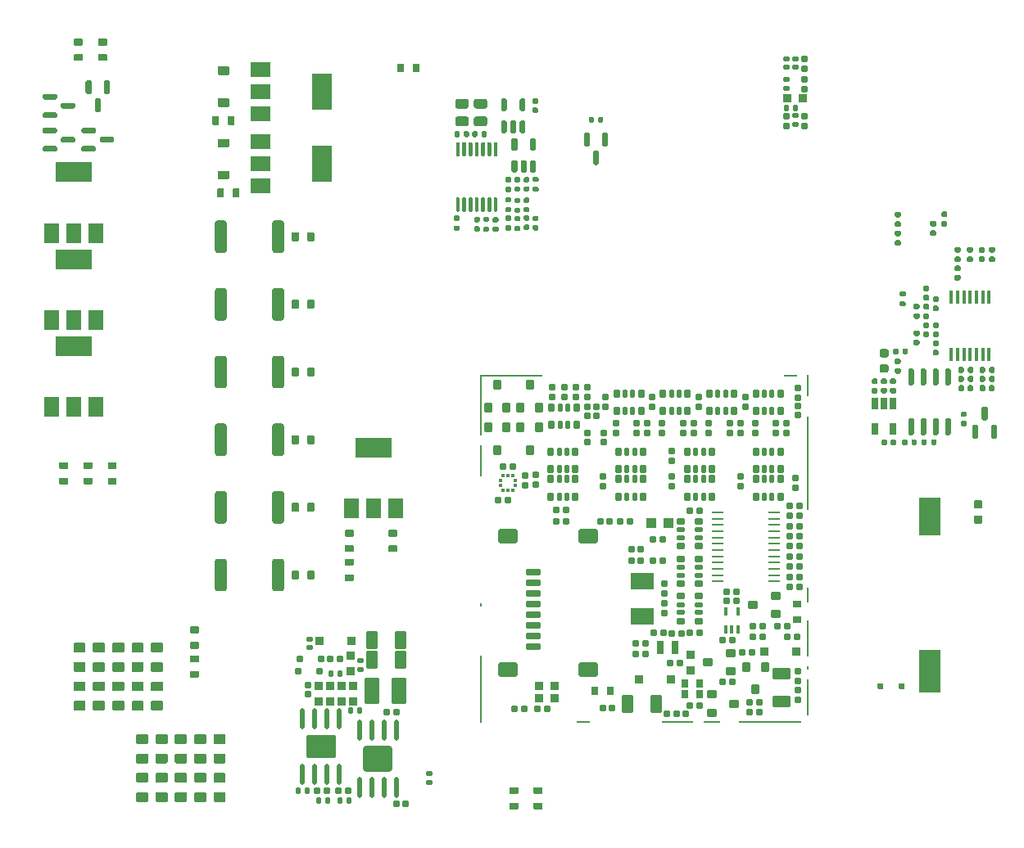
<source format=gbp>
G75*
G70*
%OFA0B0*%
%FSLAX25Y25*%
%IPPOS*%
%LPD*%
%AMOC8*
5,1,8,0,0,1.08239X$1,22.5*
%
%AMM11*
21,1,0.023620,0.018900,0.000000,0.000000,90.000000*
21,1,0.018900,0.023620,0.000000,0.000000,90.000000*
1,1,0.004720,0.009450,0.009450*
1,1,0.004720,0.009450,-0.009450*
1,1,0.004720,-0.009450,-0.009450*
1,1,0.004720,-0.009450,0.009450*
%
%AMM117*
21,1,0.023620,0.018900,0.000000,-0.000000,90.000000*
21,1,0.018900,0.023620,0.000000,-0.000000,90.000000*
1,1,0.004720,0.009450,0.009450*
1,1,0.004720,0.009450,-0.009450*
1,1,0.004720,-0.009450,-0.009450*
1,1,0.004720,-0.009450,0.009450*
%
%AMM118*
21,1,0.019680,0.019680,0.000000,-0.000000,180.000000*
21,1,0.015750,0.023620,0.000000,-0.000000,180.000000*
1,1,0.003940,-0.007870,0.009840*
1,1,0.003940,0.007870,0.009840*
1,1,0.003940,0.007870,-0.009840*
1,1,0.003940,-0.007870,-0.009840*
%
%AMM119*
21,1,0.033470,0.026770,0.000000,-0.000000,180.000000*
21,1,0.026770,0.033470,0.000000,-0.000000,180.000000*
1,1,0.006690,-0.013390,0.013390*
1,1,0.006690,0.013390,0.013390*
1,1,0.006690,0.013390,-0.013390*
1,1,0.006690,-0.013390,-0.013390*
%
%AMM12*
21,1,0.019680,0.019680,0.000000,0.000000,0.000000*
21,1,0.015750,0.023620,0.000000,0.000000,0.000000*
1,1,0.003940,0.007870,-0.009840*
1,1,0.003940,-0.007870,-0.009840*
1,1,0.003940,-0.007870,0.009840*
1,1,0.003940,0.007870,0.009840*
%
%AMM120*
21,1,0.019680,0.019680,0.000000,-0.000000,270.000000*
21,1,0.015750,0.023620,0.000000,-0.000000,270.000000*
1,1,0.003940,-0.009840,-0.007870*
1,1,0.003940,-0.009840,0.007870*
1,1,0.003940,0.009840,0.007870*
1,1,0.003940,0.009840,-0.007870*
%
%AMM13*
21,1,0.019680,0.019680,0.000000,0.000000,270.000000*
21,1,0.015750,0.023620,0.000000,0.000000,270.000000*
1,1,0.003940,-0.009840,-0.007870*
1,1,0.003940,-0.009840,0.007870*
1,1,0.003940,0.009840,0.007870*
1,1,0.003940,0.009840,-0.007870*
%
%AMM183*
21,1,0.025590,0.026380,-0.000000,-0.000000,90.000000*
21,1,0.020470,0.031500,-0.000000,-0.000000,90.000000*
1,1,0.005120,0.013190,0.010240*
1,1,0.005120,0.013190,-0.010240*
1,1,0.005120,-0.013190,-0.010240*
1,1,0.005120,-0.013190,0.010240*
%
%AMM184*
21,1,0.017720,0.027950,-0.000000,-0.000000,90.000000*
21,1,0.014170,0.031500,-0.000000,-0.000000,90.000000*
1,1,0.003540,0.013980,0.007090*
1,1,0.003540,0.013980,-0.007090*
1,1,0.003540,-0.013980,-0.007090*
1,1,0.003540,-0.013980,0.007090*
%
%AMM187*
21,1,0.027560,0.018900,-0.000000,-0.000000,270.000000*
21,1,0.022840,0.023620,-0.000000,-0.000000,270.000000*
1,1,0.004720,-0.009450,-0.011420*
1,1,0.004720,-0.009450,0.011420*
1,1,0.004720,0.009450,0.011420*
1,1,0.004720,0.009450,-0.011420*
%
%AMM189*
21,1,0.027560,0.018900,-0.000000,-0.000000,0.000000*
21,1,0.022840,0.023620,-0.000000,-0.000000,0.000000*
1,1,0.004720,0.011420,-0.009450*
1,1,0.004720,-0.011420,-0.009450*
1,1,0.004720,-0.011420,0.009450*
1,1,0.004720,0.011420,0.009450*
%
%AMM191*
21,1,0.035430,0.030320,-0.000000,-0.000000,90.000000*
21,1,0.028350,0.037400,-0.000000,-0.000000,90.000000*
1,1,0.007090,0.015160,0.014170*
1,1,0.007090,0.015160,-0.014170*
1,1,0.007090,-0.015160,-0.014170*
1,1,0.007090,-0.015160,0.014170*
%
%AMM194*
21,1,0.027560,0.030710,-0.000000,-0.000000,180.000000*
21,1,0.022050,0.036220,-0.000000,-0.000000,180.000000*
1,1,0.005510,-0.011020,0.015350*
1,1,0.005510,0.011020,0.015350*
1,1,0.005510,0.011020,-0.015350*
1,1,0.005510,-0.011020,-0.015350*
%
%AMM215*
21,1,0.033470,0.026770,-0.000000,-0.000000,270.000000*
21,1,0.026770,0.033470,-0.000000,-0.000000,270.000000*
1,1,0.006690,-0.013390,-0.013390*
1,1,0.006690,-0.013390,0.013390*
1,1,0.006690,0.013390,0.013390*
1,1,0.006690,0.013390,-0.013390*
%
%AMM216*
21,1,0.025590,0.026380,-0.000000,-0.000000,180.000000*
21,1,0.020470,0.031500,-0.000000,-0.000000,180.000000*
1,1,0.005120,-0.010240,0.013190*
1,1,0.005120,0.010240,0.013190*
1,1,0.005120,0.010240,-0.013190*
1,1,0.005120,-0.010240,-0.013190*
%
%AMM217*
21,1,0.017720,0.027950,-0.000000,-0.000000,180.000000*
21,1,0.014170,0.031500,-0.000000,-0.000000,180.000000*
1,1,0.003540,-0.007090,0.013980*
1,1,0.003540,0.007090,0.013980*
1,1,0.003540,0.007090,-0.013980*
1,1,0.003540,-0.007090,-0.013980*
%
%AMM218*
21,1,0.033470,0.026770,-0.000000,-0.000000,180.000000*
21,1,0.026770,0.033470,-0.000000,-0.000000,180.000000*
1,1,0.006690,-0.013390,0.013390*
1,1,0.006690,0.013390,0.013390*
1,1,0.006690,0.013390,-0.013390*
1,1,0.006690,-0.013390,-0.013390*
%
%AMM219*
21,1,0.078740,0.045670,-0.000000,-0.000000,0.000000*
21,1,0.067320,0.057090,-0.000000,-0.000000,0.000000*
1,1,0.011420,0.033660,-0.022840*
1,1,0.011420,-0.033660,-0.022840*
1,1,0.011420,-0.033660,0.022840*
1,1,0.011420,0.033660,0.022840*
%
%AMM220*
21,1,0.059060,0.020470,-0.000000,-0.000000,0.000000*
21,1,0.053940,0.025590,-0.000000,-0.000000,0.000000*
1,1,0.005120,0.026970,-0.010240*
1,1,0.005120,-0.026970,-0.010240*
1,1,0.005120,-0.026970,0.010240*
1,1,0.005120,0.026970,0.010240*
%
%AMM221*
21,1,0.035430,0.030320,-0.000000,-0.000000,0.000000*
21,1,0.028350,0.037400,-0.000000,-0.000000,0.000000*
1,1,0.007090,0.014170,-0.015160*
1,1,0.007090,-0.014170,-0.015160*
1,1,0.007090,-0.014170,0.015160*
1,1,0.007090,0.014170,0.015160*
%
%AMM222*
21,1,0.012600,0.028980,-0.000000,-0.000000,0.000000*
21,1,0.010080,0.031500,-0.000000,-0.000000,0.000000*
1,1,0.002520,0.005040,-0.014490*
1,1,0.002520,-0.005040,-0.014490*
1,1,0.002520,-0.005040,0.014490*
1,1,0.002520,0.005040,0.014490*
%
%AMM223*
21,1,0.070870,0.036220,-0.000000,-0.000000,180.000000*
21,1,0.061810,0.045280,-0.000000,-0.000000,180.000000*
1,1,0.009060,-0.030910,0.018110*
1,1,0.009060,0.030910,0.018110*
1,1,0.009060,0.030910,-0.018110*
1,1,0.009060,-0.030910,-0.018110*
%
%AMM224*
21,1,0.035830,0.026770,-0.000000,-0.000000,180.000000*
21,1,0.029130,0.033470,-0.000000,-0.000000,180.000000*
1,1,0.006690,-0.014570,0.013390*
1,1,0.006690,0.014570,0.013390*
1,1,0.006690,0.014570,-0.013390*
1,1,0.006690,-0.014570,-0.013390*
%
%AMM225*
21,1,0.027560,0.049610,-0.000000,-0.000000,180.000000*
21,1,0.022050,0.055120,-0.000000,-0.000000,180.000000*
1,1,0.005510,-0.011020,0.024800*
1,1,0.005510,0.011020,0.024800*
1,1,0.005510,0.011020,-0.024800*
1,1,0.005510,-0.011020,-0.024800*
%
%AMM226*
21,1,0.070870,0.036220,-0.000000,-0.000000,270.000000*
21,1,0.061810,0.045280,-0.000000,-0.000000,270.000000*
1,1,0.009060,-0.018110,-0.030910*
1,1,0.009060,-0.018110,0.030910*
1,1,0.009060,0.018110,0.030910*
1,1,0.009060,0.018110,-0.030910*
%
%AMM227*
21,1,0.027560,0.030710,-0.000000,-0.000000,270.000000*
21,1,0.022050,0.036220,-0.000000,-0.000000,270.000000*
1,1,0.005510,-0.015350,-0.011020*
1,1,0.005510,-0.015350,0.011020*
1,1,0.005510,0.015350,0.011020*
1,1,0.005510,0.015350,-0.011020*
%
%AMM27*
21,1,0.106300,0.050390,0.000000,0.000000,90.000000*
21,1,0.093700,0.062990,0.000000,0.000000,90.000000*
1,1,0.012600,0.025200,0.046850*
1,1,0.012600,0.025200,-0.046850*
1,1,0.012600,-0.025200,-0.046850*
1,1,0.012600,-0.025200,0.046850*
%
%AMM28*
21,1,0.033470,0.026770,0.000000,0.000000,270.000000*
21,1,0.026770,0.033470,0.000000,0.000000,270.000000*
1,1,0.006690,-0.013390,-0.013390*
1,1,0.006690,-0.013390,0.013390*
1,1,0.006690,0.013390,0.013390*
1,1,0.006690,0.013390,-0.013390*
%
%AMM29*
21,1,0.023620,0.018900,0.000000,0.000000,180.000000*
21,1,0.018900,0.023620,0.000000,0.000000,180.000000*
1,1,0.004720,-0.009450,0.009450*
1,1,0.004720,0.009450,0.009450*
1,1,0.004720,0.009450,-0.009450*
1,1,0.004720,-0.009450,-0.009450*
%
%AMM30*
21,1,0.122050,0.075590,0.000000,0.000000,180.000000*
21,1,0.103150,0.094490,0.000000,0.000000,180.000000*
1,1,0.018900,-0.051580,0.037800*
1,1,0.018900,0.051580,0.037800*
1,1,0.018900,0.051580,-0.037800*
1,1,0.018900,-0.051580,-0.037800*
%
%AMM31*
21,1,0.118110,0.083460,0.000000,0.000000,0.000000*
21,1,0.097240,0.104330,0.000000,0.000000,0.000000*
1,1,0.020870,0.048620,-0.041730*
1,1,0.020870,-0.048620,-0.041730*
1,1,0.020870,-0.048620,0.041730*
1,1,0.020870,0.048620,0.041730*
%
%AMM7*
21,1,0.035830,0.026770,0.000000,0.000000,0.000000*
21,1,0.029130,0.033470,0.000000,0.000000,0.000000*
1,1,0.006690,0.014570,-0.013390*
1,1,0.006690,-0.014570,-0.013390*
1,1,0.006690,-0.014570,0.013390*
1,1,0.006690,0.014570,0.013390*
%
%AMM8*
21,1,0.070870,0.036220,0.000000,0.000000,90.000000*
21,1,0.061810,0.045280,0.000000,0.000000,90.000000*
1,1,0.009060,0.018110,0.030910*
1,1,0.009060,0.018110,-0.030910*
1,1,0.009060,-0.018110,-0.030910*
1,1,0.009060,-0.018110,0.030910*
%
%ADD105M7*%
%ADD106M8*%
%ADD109M11*%
%ADD110M12*%
%ADD111M13*%
%ADD132M27*%
%ADD133M28*%
%ADD134M29*%
%ADD135O,0.01968X0.08661*%
%ADD136M30*%
%ADD137M31*%
%ADD22R,0.07874X0.05906*%
%ADD23R,0.07874X0.14961*%
%ADD237R,0.01378X0.01476*%
%ADD240O,0.04961X0.00984*%
%ADD242R,0.09449X0.06693*%
%ADD243R,0.01476X0.01378*%
%ADD245R,0.03937X0.04331*%
%ADD28R,0.05906X0.07874*%
%ADD29R,0.14961X0.07874*%
%ADD300M117*%
%ADD301M118*%
%ADD302M119*%
%ADD303M120*%
%ADD314R,0.01772X0.05709*%
%ADD315R,0.02559X0.04803*%
%ADD394M183*%
%ADD395M184*%
%ADD398M187*%
%ADD400M189*%
%ADD402M191*%
%ADD405M194*%
%ADD426M215*%
%ADD427M216*%
%ADD428M217*%
%ADD429M218*%
%ADD430M219*%
%ADD431M220*%
%ADD432M221*%
%ADD433M222*%
%ADD434M223*%
%ADD435M224*%
%ADD436M225*%
%ADD437M226*%
%ADD438M227*%
%ADD61R,0.00787X0.14567*%
%ADD62R,0.00787X0.01575*%
%ADD63R,0.00787X0.06299*%
%ADD64R,0.00787X0.38189*%
%ADD65R,0.00787X0.09055*%
%ADD66R,0.05512X0.00787*%
%ADD67R,0.25197X0.00787*%
%ADD68R,0.06693X0.00787*%
%ADD69R,0.12992X0.00787*%
%ADD70R,0.00787X0.27559*%
%ADD71R,0.00787X0.12992*%
%ADD72R,0.00787X0.24803*%
%ADD94R,0.09055X0.17323*%
%ADD95R,0.09055X0.15748*%
X0000000Y0000000D02*
%LPD*%
G01*
G36*
G01*
X0222047Y0288337D02*
X0223228Y0288337D01*
G75*
G02*
X0223819Y0287746I0000000J-000591D01*
G01*
X0223819Y0283120D01*
G75*
G02*
X0223228Y0282530I-000591J0000000D01*
G01*
X0222047Y0282530D01*
G75*
G02*
X0221457Y0283120I0000000J0000591D01*
G01*
X0221457Y0287746D01*
G75*
G02*
X0222047Y0288337I0000591J0000000D01*
G01*
G37*
G36*
G01*
X0229528Y0288337D02*
X0230709Y0288337D01*
G75*
G02*
X0231299Y0287746I0000000J-000591D01*
G01*
X0231299Y0283120D01*
G75*
G02*
X0230709Y0282530I-000591J0000000D01*
G01*
X0229528Y0282530D01*
G75*
G02*
X0228937Y0283120I0000000J0000591D01*
G01*
X0228937Y0287746D01*
G75*
G02*
X0229528Y0288337I0000591J0000000D01*
G01*
G37*
G36*
G01*
X0225787Y0280955D02*
X0226969Y0280955D01*
G75*
G02*
X0227559Y0280364I0000000J-000591D01*
G01*
X0227559Y0275738D01*
G75*
G02*
X0226969Y0275148I-000591J0000000D01*
G01*
X0225787Y0275148D01*
G75*
G02*
X0225197Y0275738I0000000J0000591D01*
G01*
X0225197Y0280364D01*
G75*
G02*
X0225787Y0280955I0000591J0000000D01*
G01*
G37*
G36*
G01*
X0049803Y0052992D02*
X0045669Y0052992D01*
G75*
G02*
X0045276Y0053386I0000000J0000394D01*
G01*
X0045276Y0056535D01*
G75*
G02*
X0045669Y0056929I0000394J0000000D01*
G01*
X0049803Y0056929D01*
G75*
G02*
X0050197Y0056535I0000000J-000394D01*
G01*
X0050197Y0053386D01*
G75*
G02*
X0049803Y0052992I-000394J0000000D01*
G01*
G37*
G36*
G01*
X0049803Y0060866D02*
X0045669Y0060866D01*
G75*
G02*
X0045276Y0061260I0000000J0000394D01*
G01*
X0045276Y0064409D01*
G75*
G02*
X0045669Y0064803I0000394J0000000D01*
G01*
X0049803Y0064803D01*
G75*
G02*
X0050197Y0064409I0000000J-000394D01*
G01*
X0050197Y0061260D01*
G75*
G02*
X0049803Y0060866I-000394J0000000D01*
G01*
G37*
G36*
G01*
X0076811Y0298819D02*
X0072795Y0298819D01*
G75*
G02*
X0072441Y0299173I0000000J0000354D01*
G01*
X0072441Y0302008D01*
G75*
G02*
X0072795Y0302362I0000354J0000000D01*
G01*
X0076811Y0302362D01*
G75*
G02*
X0077165Y0302008I0000000J-000354D01*
G01*
X0077165Y0299173D01*
G75*
G02*
X0076811Y0298819I-000354J0000000D01*
G01*
G37*
G36*
G01*
X0076811Y0311811D02*
X0072795Y0311811D01*
G75*
G02*
X0072441Y0312165I0000000J0000354D01*
G01*
X0072441Y0315000D01*
G75*
G02*
X0072795Y0315354I0000354J0000000D01*
G01*
X0076811Y0315354D01*
G75*
G02*
X0077165Y0315000I0000000J-000354D01*
G01*
X0077165Y0312165D01*
G75*
G02*
X0076811Y0311811I-000354J0000000D01*
G01*
G37*
D94*
X0362205Y0068898D03*
D95*
X0362205Y0131890D03*
G36*
G01*
X0021220Y0145079D02*
X0018150Y0145079D01*
G75*
G02*
X0017874Y0145354I0000000J0000276D01*
G01*
X0017874Y0147559D01*
G75*
G02*
X0018150Y0147835I0000276J0000000D01*
G01*
X0021220Y0147835D01*
G75*
G02*
X0021496Y0147559I0000000J-000276D01*
G01*
X0021496Y0145354D01*
G75*
G02*
X0021220Y0145079I-000276J0000000D01*
G01*
G37*
G36*
G01*
X0021220Y0151378D02*
X0018150Y0151378D01*
G75*
G02*
X0017874Y0151654I0000000J0000276D01*
G01*
X0017874Y0153858D01*
G75*
G02*
X0018150Y0154134I0000276J0000000D01*
G01*
X0021220Y0154134D01*
G75*
G02*
X0021496Y0153858I0000000J-000276D01*
G01*
X0021496Y0151654D01*
G75*
G02*
X0021220Y0151378I-000276J0000000D01*
G01*
G37*
G36*
G01*
X0026181Y0052992D02*
X0022047Y0052992D01*
G75*
G02*
X0021654Y0053386I0000000J0000394D01*
G01*
X0021654Y0056535D01*
G75*
G02*
X0022047Y0056929I0000394J0000000D01*
G01*
X0026181Y0056929D01*
G75*
G02*
X0026575Y0056535I0000000J-000394D01*
G01*
X0026575Y0053386D01*
G75*
G02*
X0026181Y0052992I-000394J0000000D01*
G01*
G37*
G36*
G01*
X0026181Y0060866D02*
X0022047Y0060866D01*
G75*
G02*
X0021654Y0061260I0000000J0000394D01*
G01*
X0021654Y0064409D01*
G75*
G02*
X0022047Y0064803I0000394J0000000D01*
G01*
X0026181Y0064803D01*
G75*
G02*
X0026575Y0064409I0000000J-000394D01*
G01*
X0026575Y0061260D01*
G75*
G02*
X0026181Y0060866I-000394J0000000D01*
G01*
G37*
G36*
G01*
X0380551Y0138642D02*
X0383228Y0138642D01*
G75*
G02*
X0383563Y0138307I0000000J-000335D01*
G01*
X0383563Y0135630D01*
G75*
G02*
X0383228Y0135295I-000335J0000000D01*
G01*
X0380551Y0135295D01*
G75*
G02*
X0380217Y0135630I0000000J0000335D01*
G01*
X0380217Y0138307D01*
G75*
G02*
X0380551Y0138642I0000335J0000000D01*
G01*
G37*
G36*
G01*
X0380551Y0132421D02*
X0383228Y0132421D01*
G75*
G02*
X0383563Y0132087I0000000J-000335D01*
G01*
X0383563Y0129409D01*
G75*
G02*
X0383228Y0129075I-000335J0000000D01*
G01*
X0380551Y0129075D01*
G75*
G02*
X0380217Y0129409I0000000J0000335D01*
G01*
X0380217Y0132087D01*
G75*
G02*
X0380551Y0132421I0000335J0000000D01*
G01*
G37*
G36*
G01*
X0229370Y0294222D02*
X0229370Y0292884D01*
G75*
G02*
X0228819Y0292333I-000551J0000000D01*
G01*
X0227717Y0292333D01*
G75*
G02*
X0227165Y0292884I0000000J0000551D01*
G01*
X0227165Y0294222D01*
G75*
G02*
X0227717Y0294774I0000551J0000000D01*
G01*
X0228819Y0294774D01*
G75*
G02*
X0229370Y0294222I0000000J-000551D01*
G01*
G37*
G36*
G01*
X0225591Y0294222D02*
X0225591Y0292884D01*
G75*
G02*
X0225039Y0292333I-000551J0000000D01*
G01*
X0223937Y0292333D01*
G75*
G02*
X0223386Y0292884I0000000J0000551D01*
G01*
X0223386Y0294222D01*
G75*
G02*
X0223937Y0294774I0000551J0000000D01*
G01*
X0225039Y0294774D01*
G75*
G02*
X0225591Y0294222I0000000J-000551D01*
G01*
G37*
G36*
G01*
X0031063Y0145079D02*
X0027992Y0145079D01*
G75*
G02*
X0027717Y0145354I0000000J0000276D01*
G01*
X0027717Y0147559D01*
G75*
G02*
X0027992Y0147835I0000276J0000000D01*
G01*
X0031063Y0147835D01*
G75*
G02*
X0031339Y0147559I0000000J-000276D01*
G01*
X0031339Y0145354D01*
G75*
G02*
X0031063Y0145079I-000276J0000000D01*
G01*
G37*
G36*
G01*
X0031063Y0151378D02*
X0027992Y0151378D01*
G75*
G02*
X0027717Y0151654I0000000J0000276D01*
G01*
X0027717Y0153858D01*
G75*
G02*
X0027992Y0154134I0000276J0000000D01*
G01*
X0031063Y0154134D01*
G75*
G02*
X0031339Y0153858I0000000J-000276D01*
G01*
X0031339Y0151654D01*
G75*
G02*
X0031063Y0151378I-000276J0000000D01*
G01*
G37*
G36*
G01*
X0145453Y0313130D02*
X0145453Y0316201D01*
G75*
G02*
X0145728Y0316476I0000276J0000000D01*
G01*
X0147933Y0316476D01*
G75*
G02*
X0148209Y0316201I0000000J-000276D01*
G01*
X0148209Y0313130D01*
G75*
G02*
X0147933Y0312854I-000276J0000000D01*
G01*
X0145728Y0312854D01*
G75*
G02*
X0145453Y0313130I0000000J0000276D01*
G01*
G37*
G36*
G01*
X0151752Y0313130D02*
X0151752Y0316201D01*
G75*
G02*
X0152028Y0316476I0000276J0000000D01*
G01*
X0154232Y0316476D01*
G75*
G02*
X0154508Y0316201I0000000J-000276D01*
G01*
X0154508Y0313130D01*
G75*
G02*
X0154232Y0312854I-000276J0000000D01*
G01*
X0152028Y0312854D01*
G75*
G02*
X0151752Y0313130I0000000J0000276D01*
G01*
G37*
G36*
G01*
X0063287Y0043307D02*
X0067421Y0043307D01*
G75*
G02*
X0067815Y0042913I0000000J-000394D01*
G01*
X0067815Y0039764D01*
G75*
G02*
X0067421Y0039370I-000394J0000000D01*
G01*
X0063287Y0039370D01*
G75*
G02*
X0062894Y0039764I0000000J0000394D01*
G01*
X0062894Y0042913D01*
G75*
G02*
X0063287Y0043307I0000394J0000000D01*
G01*
G37*
G36*
G01*
X0063287Y0035433D02*
X0067421Y0035433D01*
G75*
G02*
X0067815Y0035039I0000000J-000394D01*
G01*
X0067815Y0031890D01*
G75*
G02*
X0067421Y0031496I-000394J0000000D01*
G01*
X0063287Y0031496D01*
G75*
G02*
X0062894Y0031890I0000000J0000394D01*
G01*
X0062894Y0035039D01*
G75*
G02*
X0063287Y0035433I0000394J0000000D01*
G01*
G37*
G36*
G01*
X0099459Y0251575D02*
X0099459Y0240354D01*
G75*
G02*
X0098474Y0239370I-000984J0000000D01*
G01*
X0095620Y0239370D01*
G75*
G02*
X0094636Y0240354I0000000J0000984D01*
G01*
X0094636Y0251575D01*
G75*
G02*
X0095620Y0252559I0000984J0000000D01*
G01*
X0098474Y0252559D01*
G75*
G02*
X0099459Y0251575I0000000J-000984D01*
G01*
G37*
G36*
G01*
X0076132Y0251575D02*
X0076132Y0240354D01*
G75*
G02*
X0075148Y0239370I-000984J0000000D01*
G01*
X0072293Y0239370D01*
G75*
G02*
X0071309Y0240354I0000000J0000984D01*
G01*
X0071309Y0251575D01*
G75*
G02*
X0072293Y0252559I0000984J0000000D01*
G01*
X0075148Y0252559D01*
G75*
G02*
X0076132Y0251575I0000000J-000984D01*
G01*
G37*
G36*
G01*
X0029921Y0080551D02*
X0034055Y0080551D01*
G75*
G02*
X0034449Y0080157I0000000J-000394D01*
G01*
X0034449Y0077008D01*
G75*
G02*
X0034055Y0076614I-000394J0000000D01*
G01*
X0029921Y0076614D01*
G75*
G02*
X0029528Y0077008I0000000J0000394D01*
G01*
X0029528Y0080157D01*
G75*
G02*
X0029921Y0080551I0000394J0000000D01*
G01*
G37*
G36*
G01*
X0029921Y0072677D02*
X0034055Y0072677D01*
G75*
G02*
X0034449Y0072283I0000000J-000394D01*
G01*
X0034449Y0069134D01*
G75*
G02*
X0034055Y0068740I-000394J0000000D01*
G01*
X0029921Y0068740D01*
G75*
G02*
X0029528Y0069134I0000000J0000394D01*
G01*
X0029528Y0072283D01*
G75*
G02*
X0029921Y0072677I0000394J0000000D01*
G01*
G37*
G36*
G01*
X0075295Y0015748D02*
X0071161Y0015748D01*
G75*
G02*
X0070768Y0016142I0000000J0000394D01*
G01*
X0070768Y0019291D01*
G75*
G02*
X0071161Y0019685I0000394J0000000D01*
G01*
X0075295Y0019685D01*
G75*
G02*
X0075689Y0019291I0000000J-000394D01*
G01*
X0075689Y0016142D01*
G75*
G02*
X0075295Y0015748I-000394J0000000D01*
G01*
G37*
G36*
G01*
X0075295Y0023622D02*
X0071161Y0023622D01*
G75*
G02*
X0070768Y0024016I0000000J0000394D01*
G01*
X0070768Y0027165D01*
G75*
G02*
X0071161Y0027559I0000394J0000000D01*
G01*
X0075295Y0027559D01*
G75*
G02*
X0075689Y0027165I0000000J-000394D01*
G01*
X0075689Y0024016D01*
G75*
G02*
X0075295Y0023622I-000394J0000000D01*
G01*
G37*
G36*
G01*
X0014173Y0080551D02*
X0018307Y0080551D01*
G75*
G02*
X0018701Y0080157I0000000J-000394D01*
G01*
X0018701Y0077008D01*
G75*
G02*
X0018307Y0076614I-000394J0000000D01*
G01*
X0014173Y0076614D01*
G75*
G02*
X0013780Y0077008I0000000J0000394D01*
G01*
X0013780Y0080157D01*
G75*
G02*
X0014173Y0080551I0000394J0000000D01*
G01*
G37*
G36*
G01*
X0014173Y0072677D02*
X0018307Y0072677D01*
G75*
G02*
X0018701Y0072283I0000000J-000394D01*
G01*
X0018701Y0069134D01*
G75*
G02*
X0018307Y0068740I-000394J0000000D01*
G01*
X0014173Y0068740D01*
G75*
G02*
X0013780Y0069134I0000000J0000394D01*
G01*
X0013780Y0072283D01*
G75*
G02*
X0014173Y0072677I0000394J0000000D01*
G01*
G37*
G36*
G01*
X0099459Y0168898D02*
X0099459Y0157677D01*
G75*
G02*
X0098474Y0156693I-000984J0000000D01*
G01*
X0095620Y0156693D01*
G75*
G02*
X0094636Y0157677I0000000J0000984D01*
G01*
X0094636Y0168898D01*
G75*
G02*
X0095620Y0169882I0000984J0000000D01*
G01*
X0098474Y0169882D01*
G75*
G02*
X0099459Y0168898I0000000J-000984D01*
G01*
G37*
G36*
G01*
X0076132Y0168898D02*
X0076132Y0157677D01*
G75*
G02*
X0075148Y0156693I-000984J0000000D01*
G01*
X0072293Y0156693D01*
G75*
G02*
X0071309Y0157677I0000000J0000984D01*
G01*
X0071309Y0168898D01*
G75*
G02*
X0072293Y0169882I0000984J0000000D01*
G01*
X0075148Y0169882D01*
G75*
G02*
X0076132Y0168898I0000000J-000984D01*
G01*
G37*
D28*
X0022835Y0176575D03*
X0013780Y0176575D03*
X0004724Y0176575D03*
D29*
X0013780Y0201378D03*
G36*
G01*
X0039665Y0043307D02*
X0043799Y0043307D01*
G75*
G02*
X0044193Y0042913I0000000J-000394D01*
G01*
X0044193Y0039764D01*
G75*
G02*
X0043799Y0039370I-000394J0000000D01*
G01*
X0039665Y0039370D01*
G75*
G02*
X0039272Y0039764I0000000J0000394D01*
G01*
X0039272Y0042913D01*
G75*
G02*
X0039665Y0043307I0000394J0000000D01*
G01*
G37*
G36*
G01*
X0039665Y0035433D02*
X0043799Y0035433D01*
G75*
G02*
X0044193Y0035039I0000000J-000394D01*
G01*
X0044193Y0031890D01*
G75*
G02*
X0043799Y0031496I-000394J0000000D01*
G01*
X0039665Y0031496D01*
G75*
G02*
X0039272Y0031890I0000000J0000394D01*
G01*
X0039272Y0035039D01*
G75*
G02*
X0039665Y0035433I0000394J0000000D01*
G01*
G37*
D28*
X0022835Y0212008D03*
X0013780Y0212008D03*
X0004724Y0212008D03*
D29*
X0013780Y0236811D03*
G36*
G01*
X0043799Y0015748D02*
X0039665Y0015748D01*
G75*
G02*
X0039272Y0016142I0000000J0000394D01*
G01*
X0039272Y0019291D01*
G75*
G02*
X0039665Y0019685I0000394J0000000D01*
G01*
X0043799Y0019685D01*
G75*
G02*
X0044193Y0019291I0000000J-000394D01*
G01*
X0044193Y0016142D01*
G75*
G02*
X0043799Y0015748I-000394J0000000D01*
G01*
G37*
G36*
G01*
X0043799Y0023622D02*
X0039665Y0023622D01*
G75*
G02*
X0039272Y0024016I0000000J0000394D01*
G01*
X0039272Y0027165D01*
G75*
G02*
X0039665Y0027559I0000394J0000000D01*
G01*
X0043799Y0027559D01*
G75*
G02*
X0044193Y0027165I0000000J-000394D01*
G01*
X0044193Y0024016D01*
G75*
G02*
X0043799Y0023622I-000394J0000000D01*
G01*
G37*
G36*
G01*
X0099459Y0141339D02*
X0099459Y0130118D01*
G75*
G02*
X0098474Y0129134I-000984J0000000D01*
G01*
X0095620Y0129134D01*
G75*
G02*
X0094636Y0130118I0000000J0000984D01*
G01*
X0094636Y0141339D01*
G75*
G02*
X0095620Y0142323I0000984J0000000D01*
G01*
X0098474Y0142323D01*
G75*
G02*
X0099459Y0141339I0000000J-000984D01*
G01*
G37*
G36*
G01*
X0076132Y0141339D02*
X0076132Y0130118D01*
G75*
G02*
X0075148Y0129134I-000984J0000000D01*
G01*
X0072293Y0129134D01*
G75*
G02*
X0071309Y0130118I0000000J0000984D01*
G01*
X0071309Y0141339D01*
G75*
G02*
X0072293Y0142323I0000984J0000000D01*
G01*
X0075148Y0142323D01*
G75*
G02*
X0076132Y0141339I0000000J-000984D01*
G01*
G37*
G36*
G01*
X0099459Y0224016D02*
X0099459Y0212795D01*
G75*
G02*
X0098474Y0211811I-000984J0000000D01*
G01*
X0095620Y0211811D01*
G75*
G02*
X0094636Y0212795I0000000J0000984D01*
G01*
X0094636Y0224016D01*
G75*
G02*
X0095620Y0225000I0000984J0000000D01*
G01*
X0098474Y0225000D01*
G75*
G02*
X0099459Y0224016I0000000J-000984D01*
G01*
G37*
G36*
G01*
X0076132Y0224016D02*
X0076132Y0212795D01*
G75*
G02*
X0075148Y0211811I-000984J0000000D01*
G01*
X0072293Y0211811D01*
G75*
G02*
X0071309Y0212795I0000000J0000984D01*
G01*
X0071309Y0224016D01*
G75*
G02*
X0072293Y0225000I0000984J0000000D01*
G01*
X0075148Y0225000D01*
G75*
G02*
X0076132Y0224016I0000000J-000984D01*
G01*
G37*
G36*
G01*
X0037795Y0080551D02*
X0041929Y0080551D01*
G75*
G02*
X0042323Y0080157I0000000J-000394D01*
G01*
X0042323Y0077008D01*
G75*
G02*
X0041929Y0076614I-000394J0000000D01*
G01*
X0037795Y0076614D01*
G75*
G02*
X0037402Y0077008I0000000J0000394D01*
G01*
X0037402Y0080157D01*
G75*
G02*
X0037795Y0080551I0000394J0000000D01*
G01*
G37*
G36*
G01*
X0037795Y0072677D02*
X0041929Y0072677D01*
G75*
G02*
X0042323Y0072283I0000000J-000394D01*
G01*
X0042323Y0069134D01*
G75*
G02*
X0041929Y0068740I-000394J0000000D01*
G01*
X0037795Y0068740D01*
G75*
G02*
X0037402Y0069134I0000000J0000394D01*
G01*
X0037402Y0072283D01*
G75*
G02*
X0037795Y0072677I0000394J0000000D01*
G01*
G37*
G36*
G01*
X0072244Y0262244D02*
X0072244Y0265315D01*
G75*
G02*
X0072520Y0265591I0000276J0000000D01*
G01*
X0074724Y0265591D01*
G75*
G02*
X0075000Y0265315I0000000J-000276D01*
G01*
X0075000Y0262244D01*
G75*
G02*
X0074724Y0261969I-000276J0000000D01*
G01*
X0072520Y0261969D01*
G75*
G02*
X0072244Y0262244I0000000J0000276D01*
G01*
G37*
G36*
G01*
X0078543Y0262244D02*
X0078543Y0265315D01*
G75*
G02*
X0078819Y0265591I0000276J0000000D01*
G01*
X0081024Y0265591D01*
G75*
G02*
X0081299Y0265315I0000000J-000276D01*
G01*
X0081299Y0262244D01*
G75*
G02*
X0081024Y0261969I-000276J0000000D01*
G01*
X0078819Y0261969D01*
G75*
G02*
X0078543Y0262244I0000000J0000276D01*
G01*
G37*
G36*
G01*
X0076811Y0269291D02*
X0072795Y0269291D01*
G75*
G02*
X0072441Y0269646I0000000J0000354D01*
G01*
X0072441Y0272480D01*
G75*
G02*
X0072795Y0272835I0000354J0000000D01*
G01*
X0076811Y0272835D01*
G75*
G02*
X0077165Y0272480I0000000J-000354D01*
G01*
X0077165Y0269646D01*
G75*
G02*
X0076811Y0269291I-000354J0000000D01*
G01*
G37*
G36*
G01*
X0076811Y0282283D02*
X0072795Y0282283D01*
G75*
G02*
X0072441Y0282638I0000000J0000354D01*
G01*
X0072441Y0285472D01*
G75*
G02*
X0072795Y0285827I0000354J0000000D01*
G01*
X0076811Y0285827D01*
G75*
G02*
X0077165Y0285472I0000000J-000354D01*
G01*
X0077165Y0282638D01*
G75*
G02*
X0076811Y0282283I-000354J0000000D01*
G01*
G37*
G36*
G01*
X0343071Y0061811D02*
X0341181Y0061811D01*
G75*
G02*
X0340945Y0062047I0000000J0000236D01*
G01*
X0340945Y0063937D01*
G75*
G02*
X0341181Y0064173I0000236J0000000D01*
G01*
X0343071Y0064173D01*
G75*
G02*
X0343307Y0063937I0000000J-000236D01*
G01*
X0343307Y0062047D01*
G75*
G02*
X0343071Y0061811I-000236J0000000D01*
G01*
G37*
G36*
G01*
X0351732Y0061811D02*
X0349843Y0061811D01*
G75*
G02*
X0349606Y0062047I0000000J0000236D01*
G01*
X0349606Y0063937D01*
G75*
G02*
X0349843Y0064173I0000236J0000000D01*
G01*
X0351732Y0064173D01*
G75*
G02*
X0351969Y0063937I0000000J-000236D01*
G01*
X0351969Y0062047D01*
G75*
G02*
X0351732Y0061811I-000236J0000000D01*
G01*
G37*
G36*
G01*
X0111713Y0192382D02*
X0111713Y0189311D01*
G75*
G02*
X0111437Y0189035I-000276J0000000D01*
G01*
X0109232Y0189035D01*
G75*
G02*
X0108957Y0189311I0000000J0000276D01*
G01*
X0108957Y0192382D01*
G75*
G02*
X0109232Y0192657I0000276J0000000D01*
G01*
X0111437Y0192657D01*
G75*
G02*
X0111713Y0192382I0000000J-000276D01*
G01*
G37*
G36*
G01*
X0105413Y0192382D02*
X0105413Y0189311D01*
G75*
G02*
X0105138Y0189035I-000276J0000000D01*
G01*
X0102933Y0189035D01*
G75*
G02*
X0102657Y0189311I0000000J0000276D01*
G01*
X0102657Y0192382D01*
G75*
G02*
X0102933Y0192657I0000276J0000000D01*
G01*
X0105138Y0192657D01*
G75*
G02*
X0105413Y0192382I0000000J-000276D01*
G01*
G37*
G36*
G01*
X0124449Y0114764D02*
X0127520Y0114764D01*
G75*
G02*
X0127795Y0114488I0000000J-000276D01*
G01*
X0127795Y0112283D01*
G75*
G02*
X0127520Y0112008I-000276J0000000D01*
G01*
X0124449Y0112008D01*
G75*
G02*
X0124173Y0112283I0000000J0000276D01*
G01*
X0124173Y0114488D01*
G75*
G02*
X0124449Y0114764I0000276J0000000D01*
G01*
G37*
G36*
G01*
X0124449Y0108465D02*
X0127520Y0108465D01*
G75*
G02*
X0127795Y0108189I0000000J-000276D01*
G01*
X0127795Y0105984D01*
G75*
G02*
X0127520Y0105709I-000276J0000000D01*
G01*
X0124449Y0105709D01*
G75*
G02*
X0124173Y0105984I0000000J0000276D01*
G01*
X0124173Y0108189D01*
G75*
G02*
X0124449Y0108465I0000276J0000000D01*
G01*
G37*
G36*
G01*
X0059547Y0015748D02*
X0055413Y0015748D01*
G75*
G02*
X0055020Y0016142I0000000J0000394D01*
G01*
X0055020Y0019291D01*
G75*
G02*
X0055413Y0019685I0000394J0000000D01*
G01*
X0059547Y0019685D01*
G75*
G02*
X0059941Y0019291I0000000J-000394D01*
G01*
X0059941Y0016142D01*
G75*
G02*
X0059547Y0015748I-000394J0000000D01*
G01*
G37*
G36*
G01*
X0059547Y0023622D02*
X0055413Y0023622D01*
G75*
G02*
X0055020Y0024016I0000000J0000394D01*
G01*
X0055020Y0027165D01*
G75*
G02*
X0055413Y0027559I0000394J0000000D01*
G01*
X0059547Y0027559D01*
G75*
G02*
X0059941Y0027165I0000000J-000394D01*
G01*
X0059941Y0024016D01*
G75*
G02*
X0059547Y0023622I-000394J0000000D01*
G01*
G37*
G36*
G01*
X0019291Y0309744D02*
X0020472Y0309744D01*
G75*
G02*
X0021063Y0309154I0000000J-000591D01*
G01*
X0021063Y0304528D01*
G75*
G02*
X0020472Y0303937I-000591J0000000D01*
G01*
X0019291Y0303937D01*
G75*
G02*
X0018701Y0304528I0000000J0000591D01*
G01*
X0018701Y0309154D01*
G75*
G02*
X0019291Y0309744I0000591J0000000D01*
G01*
G37*
G36*
G01*
X0023031Y0302362D02*
X0024213Y0302362D01*
G75*
G02*
X0024803Y0301772I0000000J-000591D01*
G01*
X0024803Y0297146D01*
G75*
G02*
X0024213Y0296555I-000591J0000000D01*
G01*
X0023031Y0296555D01*
G75*
G02*
X0022441Y0297146I0000000J0000591D01*
G01*
X0022441Y0301772D01*
G75*
G02*
X0023031Y0302362I0000591J0000000D01*
G01*
G37*
G36*
G01*
X0026772Y0309744D02*
X0027953Y0309744D01*
G75*
G02*
X0028543Y0309154I0000000J-000591D01*
G01*
X0028543Y0304528D01*
G75*
G02*
X0027953Y0303937I-000591J0000000D01*
G01*
X0026772Y0303937D01*
G75*
G02*
X0026181Y0304528I0000000J0000591D01*
G01*
X0026181Y0309154D01*
G75*
G02*
X0026772Y0309744I0000591J0000000D01*
G01*
G37*
G36*
G01*
X0111713Y0164823D02*
X0111713Y0161752D01*
G75*
G02*
X0111437Y0161476I-000276J0000000D01*
G01*
X0109232Y0161476D01*
G75*
G02*
X0108957Y0161752I0000000J0000276D01*
G01*
X0108957Y0164823D01*
G75*
G02*
X0109232Y0165098I0000276J0000000D01*
G01*
X0111437Y0165098D01*
G75*
G02*
X0111713Y0164823I0000000J-000276D01*
G01*
G37*
G36*
G01*
X0105413Y0164823D02*
X0105413Y0161752D01*
G75*
G02*
X0105138Y0161476I-000276J0000000D01*
G01*
X0102933Y0161476D01*
G75*
G02*
X0102657Y0161752I0000000J0000276D01*
G01*
X0102657Y0164823D01*
G75*
G02*
X0102933Y0165098I0000276J0000000D01*
G01*
X0105138Y0165098D01*
G75*
G02*
X0105413Y0164823I0000000J-000276D01*
G01*
G37*
G36*
G01*
X0001280Y0281102D02*
X0001280Y0282283D01*
G75*
G02*
X0001870Y0282874I0000591J0000000D01*
G01*
X0006496Y0282874D01*
G75*
G02*
X0007087Y0282283I0000000J-000591D01*
G01*
X0007087Y0281102D01*
G75*
G02*
X0006496Y0280512I-000591J0000000D01*
G01*
X0001870Y0280512D01*
G75*
G02*
X0001280Y0281102I0000000J0000591D01*
G01*
G37*
G36*
G01*
X0008661Y0284843D02*
X0008661Y0286024D01*
G75*
G02*
X0009252Y0286614I0000591J0000000D01*
G01*
X0013878Y0286614D01*
G75*
G02*
X0014469Y0286024I0000000J-000591D01*
G01*
X0014469Y0284843D01*
G75*
G02*
X0013878Y0284252I-000591J0000000D01*
G01*
X0009252Y0284252D01*
G75*
G02*
X0008661Y0284843I0000000J0000591D01*
G01*
G37*
G36*
G01*
X0001280Y0288583D02*
X0001280Y0289764D01*
G75*
G02*
X0001870Y0290354I0000591J0000000D01*
G01*
X0006496Y0290354D01*
G75*
G02*
X0007087Y0289764I0000000J-000591D01*
G01*
X0007087Y0288583D01*
G75*
G02*
X0006496Y0287992I-000591J0000000D01*
G01*
X0001870Y0287992D01*
G75*
G02*
X0001280Y0288583I0000000J0000591D01*
G01*
G37*
G36*
G01*
X0194449Y0012710D02*
X0191378Y0012710D01*
G75*
G02*
X0191102Y0012986I0000000J0000276D01*
G01*
X0191102Y0015190D01*
G75*
G02*
X0191378Y0015466I0000276J0000000D01*
G01*
X0194449Y0015466D01*
G75*
G02*
X0194724Y0015190I0000000J-000276D01*
G01*
X0194724Y0012986D01*
G75*
G02*
X0194449Y0012710I-000276J0000000D01*
G01*
G37*
G36*
G01*
X0194449Y0019009D02*
X0191378Y0019009D01*
G75*
G02*
X0191102Y0019285I0000000J0000276D01*
G01*
X0191102Y0021489D01*
G75*
G02*
X0191378Y0021765I0000276J0000000D01*
G01*
X0194449Y0021765D01*
G75*
G02*
X0194724Y0021489I0000000J-000276D01*
G01*
X0194724Y0019285D01*
G75*
G02*
X0194449Y0019009I-000276J0000000D01*
G01*
G37*
G36*
G01*
X0111713Y0137264D02*
X0111713Y0134193D01*
G75*
G02*
X0111437Y0133917I-000276J0000000D01*
G01*
X0109232Y0133917D01*
G75*
G02*
X0108957Y0134193I0000000J0000276D01*
G01*
X0108957Y0137264D01*
G75*
G02*
X0109232Y0137539I0000276J0000000D01*
G01*
X0111437Y0137539D01*
G75*
G02*
X0111713Y0137264I0000000J-000276D01*
G01*
G37*
G36*
G01*
X0105413Y0137264D02*
X0105413Y0134193D01*
G75*
G02*
X0105138Y0133917I-000276J0000000D01*
G01*
X0102933Y0133917D01*
G75*
G02*
X0102657Y0134193I0000000J0000276D01*
G01*
X0102657Y0137264D01*
G75*
G02*
X0102933Y0137539I0000276J0000000D01*
G01*
X0105138Y0137539D01*
G75*
G02*
X0105413Y0137264I0000000J-000276D01*
G01*
G37*
G36*
G01*
X0017283Y0317520D02*
X0014213Y0317520D01*
G75*
G02*
X0013937Y0317795I0000000J0000276D01*
G01*
X0013937Y0320000D01*
G75*
G02*
X0014213Y0320276I0000276J0000000D01*
G01*
X0017283Y0320276D01*
G75*
G02*
X0017559Y0320000I0000000J-000276D01*
G01*
X0017559Y0317795D01*
G75*
G02*
X0017283Y0317520I-000276J0000000D01*
G01*
G37*
G36*
G01*
X0017283Y0323819D02*
X0014213Y0323819D01*
G75*
G02*
X0013937Y0324094I0000000J0000276D01*
G01*
X0013937Y0326299D01*
G75*
G02*
X0014213Y0326575I0000276J0000000D01*
G01*
X0017283Y0326575D01*
G75*
G02*
X0017559Y0326299I0000000J-000276D01*
G01*
X0017559Y0324094D01*
G75*
G02*
X0017283Y0323819I-000276J0000000D01*
G01*
G37*
D22*
X0089961Y0266535D03*
X0089961Y0275591D03*
X0089961Y0284646D03*
D23*
X0114764Y0275591D03*
G36*
G01*
X0145236Y0117520D02*
X0142165Y0117520D01*
G75*
G02*
X0141890Y0117795I0000000J0000276D01*
G01*
X0141890Y0120000D01*
G75*
G02*
X0142165Y0120276I0000276J0000000D01*
G01*
X0145236Y0120276D01*
G75*
G02*
X0145512Y0120000I0000000J-000276D01*
G01*
X0145512Y0117795D01*
G75*
G02*
X0145236Y0117520I-000276J0000000D01*
G01*
G37*
G36*
G01*
X0145236Y0123819D02*
X0142165Y0123819D01*
G75*
G02*
X0141890Y0124094I0000000J0000276D01*
G01*
X0141890Y0126299D01*
G75*
G02*
X0142165Y0126575I0000276J0000000D01*
G01*
X0145236Y0126575D01*
G75*
G02*
X0145512Y0126299I0000000J-000276D01*
G01*
X0145512Y0124094D01*
G75*
G02*
X0145236Y0123819I-000276J0000000D01*
G01*
G37*
G36*
G01*
X0099459Y0196457D02*
X0099459Y0185236D01*
G75*
G02*
X0098474Y0184252I-000984J0000000D01*
G01*
X0095620Y0184252D01*
G75*
G02*
X0094636Y0185236I0000000J0000984D01*
G01*
X0094636Y0196457D01*
G75*
G02*
X0095620Y0197441I0000984J0000000D01*
G01*
X0098474Y0197441D01*
G75*
G02*
X0099459Y0196457I0000000J-000984D01*
G01*
G37*
G36*
G01*
X0076132Y0196457D02*
X0076132Y0185236D01*
G75*
G02*
X0075148Y0184252I-000984J0000000D01*
G01*
X0072293Y0184252D01*
G75*
G02*
X0071309Y0185236I0000000J0000984D01*
G01*
X0071309Y0196457D01*
G75*
G02*
X0072293Y0197441I0000984J0000000D01*
G01*
X0075148Y0197441D01*
G75*
G02*
X0076132Y0196457I0000000J-000984D01*
G01*
G37*
G36*
G01*
X0111713Y0109705D02*
X0111713Y0106634D01*
G75*
G02*
X0111437Y0106358I-000276J0000000D01*
G01*
X0109232Y0106358D01*
G75*
G02*
X0108957Y0106634I0000000J0000276D01*
G01*
X0108957Y0109705D01*
G75*
G02*
X0109232Y0109980I0000276J0000000D01*
G01*
X0111437Y0109980D01*
G75*
G02*
X0111713Y0109705I0000000J-000276D01*
G01*
G37*
G36*
G01*
X0105413Y0109705D02*
X0105413Y0106634D01*
G75*
G02*
X0105138Y0106358I-000276J0000000D01*
G01*
X0102933Y0106358D01*
G75*
G02*
X0102657Y0106634I0000000J0000276D01*
G01*
X0102657Y0109705D01*
G75*
G02*
X0102933Y0109980I0000276J0000000D01*
G01*
X0105138Y0109980D01*
G75*
G02*
X0105413Y0109705I0000000J-000276D01*
G01*
G37*
G36*
G01*
X0055413Y0043307D02*
X0059547Y0043307D01*
G75*
G02*
X0059941Y0042913I0000000J-000394D01*
G01*
X0059941Y0039764D01*
G75*
G02*
X0059547Y0039370I-000394J0000000D01*
G01*
X0055413Y0039370D01*
G75*
G02*
X0055020Y0039764I0000000J0000394D01*
G01*
X0055020Y0042913D01*
G75*
G02*
X0055413Y0043307I0000394J0000000D01*
G01*
G37*
G36*
G01*
X0055413Y0035433D02*
X0059547Y0035433D01*
G75*
G02*
X0059941Y0035039I0000000J-000394D01*
G01*
X0059941Y0031890D01*
G75*
G02*
X0059547Y0031496I-000394J0000000D01*
G01*
X0055413Y0031496D01*
G75*
G02*
X0055020Y0031890I0000000J0000394D01*
G01*
X0055020Y0035039D01*
G75*
G02*
X0055413Y0035433I0000394J0000000D01*
G01*
G37*
G36*
G01*
X0111713Y0247500D02*
X0111713Y0244429D01*
G75*
G02*
X0111437Y0244154I-000276J0000000D01*
G01*
X0109232Y0244154D01*
G75*
G02*
X0108957Y0244429I0000000J0000276D01*
G01*
X0108957Y0247500D01*
G75*
G02*
X0109232Y0247776I0000276J0000000D01*
G01*
X0111437Y0247776D01*
G75*
G02*
X0111713Y0247500I0000000J-000276D01*
G01*
G37*
G36*
G01*
X0105413Y0247500D02*
X0105413Y0244429D01*
G75*
G02*
X0105138Y0244154I-000276J0000000D01*
G01*
X0102933Y0244154D01*
G75*
G02*
X0102657Y0244429I0000000J0000276D01*
G01*
X0102657Y0247500D01*
G75*
G02*
X0102933Y0247776I0000276J0000000D01*
G01*
X0105138Y0247776D01*
G75*
G02*
X0105413Y0247500I0000000J-000276D01*
G01*
G37*
G36*
G01*
X0067421Y0015748D02*
X0063287Y0015748D01*
G75*
G02*
X0062894Y0016142I0000000J0000394D01*
G01*
X0062894Y0019291D01*
G75*
G02*
X0063287Y0019685I0000394J0000000D01*
G01*
X0067421Y0019685D01*
G75*
G02*
X0067815Y0019291I0000000J-000394D01*
G01*
X0067815Y0016142D01*
G75*
G02*
X0067421Y0015748I-000394J0000000D01*
G01*
G37*
G36*
G01*
X0067421Y0023622D02*
X0063287Y0023622D01*
G75*
G02*
X0062894Y0024016I0000000J0000394D01*
G01*
X0062894Y0027165D01*
G75*
G02*
X0063287Y0027559I0000394J0000000D01*
G01*
X0067421Y0027559D01*
G75*
G02*
X0067815Y0027165I0000000J-000394D01*
G01*
X0067815Y0024016D01*
G75*
G02*
X0067421Y0023622I-000394J0000000D01*
G01*
G37*
G36*
G01*
X0204291Y0012710D02*
X0201220Y0012710D01*
G75*
G02*
X0200945Y0012986I0000000J0000276D01*
G01*
X0200945Y0015190D01*
G75*
G02*
X0201220Y0015466I0000276J0000000D01*
G01*
X0204291Y0015466D01*
G75*
G02*
X0204567Y0015190I0000000J-000276D01*
G01*
X0204567Y0012986D01*
G75*
G02*
X0204291Y0012710I-000276J0000000D01*
G01*
G37*
G36*
G01*
X0204291Y0019009D02*
X0201220Y0019009D01*
G75*
G02*
X0200945Y0019285I0000000J0000276D01*
G01*
X0200945Y0021489D01*
G75*
G02*
X0201220Y0021765I0000276J0000000D01*
G01*
X0204291Y0021765D01*
G75*
G02*
X0204567Y0021489I0000000J-000276D01*
G01*
X0204567Y0019285D01*
G75*
G02*
X0204291Y0019009I-000276J0000000D01*
G01*
G37*
G36*
G01*
X0064528Y0066339D02*
X0061457Y0066339D01*
G75*
G02*
X0061181Y0066614I0000000J0000276D01*
G01*
X0061181Y0068819D01*
G75*
G02*
X0061457Y0069094I0000276J0000000D01*
G01*
X0064528Y0069094D01*
G75*
G02*
X0064803Y0068819I0000000J-000276D01*
G01*
X0064803Y0066614D01*
G75*
G02*
X0064528Y0066339I-000276J0000000D01*
G01*
G37*
G36*
G01*
X0064528Y0072638D02*
X0061457Y0072638D01*
G75*
G02*
X0061181Y0072913I0000000J0000276D01*
G01*
X0061181Y0075118D01*
G75*
G02*
X0061457Y0075394I0000276J0000000D01*
G01*
X0064528Y0075394D01*
G75*
G02*
X0064803Y0075118I0000000J-000276D01*
G01*
X0064803Y0072913D01*
G75*
G02*
X0064528Y0072638I-000276J0000000D01*
G01*
G37*
G36*
G01*
X0027126Y0317520D02*
X0024055Y0317520D01*
G75*
G02*
X0023780Y0317795I0000000J0000276D01*
G01*
X0023780Y0320000D01*
G75*
G02*
X0024055Y0320276I0000276J0000000D01*
G01*
X0027126Y0320276D01*
G75*
G02*
X0027402Y0320000I0000000J-000276D01*
G01*
X0027402Y0317795D01*
G75*
G02*
X0027126Y0317520I-000276J0000000D01*
G01*
G37*
G36*
G01*
X0027126Y0323819D02*
X0024055Y0323819D01*
G75*
G02*
X0023780Y0324094I0000000J0000276D01*
G01*
X0023780Y0326299D01*
G75*
G02*
X0024055Y0326575I0000276J0000000D01*
G01*
X0027126Y0326575D01*
G75*
G02*
X0027402Y0326299I0000000J-000276D01*
G01*
X0027402Y0324094D01*
G75*
G02*
X0027126Y0323819I-000276J0000000D01*
G01*
G37*
D22*
X0089961Y0296063D03*
X0089961Y0305118D03*
X0089961Y0314173D03*
D23*
X0114764Y0305118D03*
G36*
G01*
X0001280Y0294882D02*
X0001280Y0296063D01*
G75*
G02*
X0001870Y0296654I0000591J0000000D01*
G01*
X0006496Y0296654D01*
G75*
G02*
X0007087Y0296063I0000000J-000591D01*
G01*
X0007087Y0294882D01*
G75*
G02*
X0006496Y0294291I-000591J0000000D01*
G01*
X0001870Y0294291D01*
G75*
G02*
X0001280Y0294882I0000000J0000591D01*
G01*
G37*
G36*
G01*
X0008661Y0298622D02*
X0008661Y0299803D01*
G75*
G02*
X0009252Y0300394I0000591J0000000D01*
G01*
X0013878Y0300394D01*
G75*
G02*
X0014469Y0299803I0000000J-000591D01*
G01*
X0014469Y0298622D01*
G75*
G02*
X0013878Y0298031I-000591J0000000D01*
G01*
X0009252Y0298031D01*
G75*
G02*
X0008661Y0298622I0000000J0000591D01*
G01*
G37*
G36*
G01*
X0001280Y0302362D02*
X0001280Y0303543D01*
G75*
G02*
X0001870Y0304134I0000591J0000000D01*
G01*
X0006496Y0304134D01*
G75*
G02*
X0007087Y0303543I0000000J-000591D01*
G01*
X0007087Y0302362D01*
G75*
G02*
X0006496Y0301772I-000591J0000000D01*
G01*
X0001870Y0301772D01*
G75*
G02*
X0001280Y0302362I0000000J0000591D01*
G01*
G37*
G36*
G01*
X0045669Y0080551D02*
X0049803Y0080551D01*
G75*
G02*
X0050197Y0080157I0000000J-000394D01*
G01*
X0050197Y0077008D01*
G75*
G02*
X0049803Y0076614I-000394J0000000D01*
G01*
X0045669Y0076614D01*
G75*
G02*
X0045276Y0077008I0000000J0000394D01*
G01*
X0045276Y0080157D01*
G75*
G02*
X0045669Y0080551I0000394J0000000D01*
G01*
G37*
G36*
G01*
X0045669Y0072677D02*
X0049803Y0072677D01*
G75*
G02*
X0050197Y0072283I0000000J-000394D01*
G01*
X0050197Y0069134D01*
G75*
G02*
X0049803Y0068740I-000394J0000000D01*
G01*
X0045669Y0068740D01*
G75*
G02*
X0045276Y0069134I0000000J0000394D01*
G01*
X0045276Y0072283D01*
G75*
G02*
X0045669Y0072677I0000394J0000000D01*
G01*
G37*
G36*
G01*
X0127520Y0117520D02*
X0124449Y0117520D01*
G75*
G02*
X0124173Y0117795I0000000J0000276D01*
G01*
X0124173Y0120000D01*
G75*
G02*
X0124449Y0120276I0000276J0000000D01*
G01*
X0127520Y0120276D01*
G75*
G02*
X0127795Y0120000I0000000J-000276D01*
G01*
X0127795Y0117795D01*
G75*
G02*
X0127520Y0117520I-000276J0000000D01*
G01*
G37*
G36*
G01*
X0127520Y0123819D02*
X0124449Y0123819D01*
G75*
G02*
X0124173Y0124094I0000000J0000276D01*
G01*
X0124173Y0126299D01*
G75*
G02*
X0124449Y0126575I0000276J0000000D01*
G01*
X0127520Y0126575D01*
G75*
G02*
X0127795Y0126299I0000000J-000276D01*
G01*
X0127795Y0124094D01*
G75*
G02*
X0127520Y0123819I-000276J0000000D01*
G01*
G37*
G36*
G01*
X0011378Y0145079D02*
X0008307Y0145079D01*
G75*
G02*
X0008031Y0145354I0000000J0000276D01*
G01*
X0008031Y0147559D01*
G75*
G02*
X0008307Y0147835I0000276J0000000D01*
G01*
X0011378Y0147835D01*
G75*
G02*
X0011654Y0147559I0000000J-000276D01*
G01*
X0011654Y0145354D01*
G75*
G02*
X0011378Y0145079I-000276J0000000D01*
G01*
G37*
G36*
G01*
X0011378Y0151378D02*
X0008307Y0151378D01*
G75*
G02*
X0008031Y0151654I0000000J0000276D01*
G01*
X0008031Y0153858D01*
G75*
G02*
X0008307Y0154134I0000276J0000000D01*
G01*
X0011378Y0154134D01*
G75*
G02*
X0011654Y0153858I0000000J-000276D01*
G01*
X0011654Y0151654D01*
G75*
G02*
X0011378Y0151378I-000276J0000000D01*
G01*
G37*
G36*
G01*
X0111713Y0219941D02*
X0111713Y0216870D01*
G75*
G02*
X0111437Y0216594I-000276J0000000D01*
G01*
X0109232Y0216594D01*
G75*
G02*
X0108957Y0216870I0000000J0000276D01*
G01*
X0108957Y0219941D01*
G75*
G02*
X0109232Y0220217I0000276J0000000D01*
G01*
X0111437Y0220217D01*
G75*
G02*
X0111713Y0219941I0000000J-000276D01*
G01*
G37*
G36*
G01*
X0105413Y0219941D02*
X0105413Y0216870D01*
G75*
G02*
X0105138Y0216594I-000276J0000000D01*
G01*
X0102933Y0216594D01*
G75*
G02*
X0102657Y0216870I0000000J0000276D01*
G01*
X0102657Y0219941D01*
G75*
G02*
X0102933Y0220217I0000276J0000000D01*
G01*
X0105138Y0220217D01*
G75*
G02*
X0105413Y0219941I0000000J-000276D01*
G01*
G37*
G36*
G01*
X0047539Y0043307D02*
X0051673Y0043307D01*
G75*
G02*
X0052067Y0042913I0000000J-000394D01*
G01*
X0052067Y0039764D01*
G75*
G02*
X0051673Y0039370I-000394J0000000D01*
G01*
X0047539Y0039370D01*
G75*
G02*
X0047146Y0039764I0000000J0000394D01*
G01*
X0047146Y0042913D01*
G75*
G02*
X0047539Y0043307I0000394J0000000D01*
G01*
G37*
G36*
G01*
X0047539Y0035433D02*
X0051673Y0035433D01*
G75*
G02*
X0052067Y0035039I0000000J-000394D01*
G01*
X0052067Y0031890D01*
G75*
G02*
X0051673Y0031496I-000394J0000000D01*
G01*
X0047539Y0031496D01*
G75*
G02*
X0047146Y0031890I0000000J0000394D01*
G01*
X0047146Y0035039D01*
G75*
G02*
X0047539Y0035433I0000394J0000000D01*
G01*
G37*
G36*
G01*
X0099459Y0113780D02*
X0099459Y0102559D01*
G75*
G02*
X0098474Y0101575I-000984J0000000D01*
G01*
X0095620Y0101575D01*
G75*
G02*
X0094636Y0102559I0000000J0000984D01*
G01*
X0094636Y0113780D01*
G75*
G02*
X0095620Y0114764I0000984J0000000D01*
G01*
X0098474Y0114764D01*
G75*
G02*
X0099459Y0113780I0000000J-000984D01*
G01*
G37*
G36*
G01*
X0076132Y0113780D02*
X0076132Y0102559D01*
G75*
G02*
X0075148Y0101575I-000984J0000000D01*
G01*
X0072293Y0101575D01*
G75*
G02*
X0071309Y0102559I0000000J0000984D01*
G01*
X0071309Y0113780D01*
G75*
G02*
X0072293Y0114764I0000984J0000000D01*
G01*
X0075148Y0114764D01*
G75*
G02*
X0076132Y0113780I0000000J-000984D01*
G01*
G37*
G36*
G01*
X0034055Y0052992D02*
X0029921Y0052992D01*
G75*
G02*
X0029528Y0053386I0000000J0000394D01*
G01*
X0029528Y0056535D01*
G75*
G02*
X0029921Y0056929I0000394J0000000D01*
G01*
X0034055Y0056929D01*
G75*
G02*
X0034449Y0056535I0000000J-000394D01*
G01*
X0034449Y0053386D01*
G75*
G02*
X0034055Y0052992I-000394J0000000D01*
G01*
G37*
G36*
G01*
X0034055Y0060866D02*
X0029921Y0060866D01*
G75*
G02*
X0029528Y0061260I0000000J0000394D01*
G01*
X0029528Y0064409D01*
G75*
G02*
X0029921Y0064803I0000394J0000000D01*
G01*
X0034055Y0064803D01*
G75*
G02*
X0034449Y0064409I0000000J-000394D01*
G01*
X0034449Y0061260D01*
G75*
G02*
X0034055Y0060866I-000394J0000000D01*
G01*
G37*
D28*
X0144882Y0135236D03*
X0135827Y0135236D03*
X0126772Y0135236D03*
D29*
X0135827Y0160039D03*
G36*
G01*
X0041929Y0052992D02*
X0037795Y0052992D01*
G75*
G02*
X0037402Y0053386I0000000J0000394D01*
G01*
X0037402Y0056535D01*
G75*
G02*
X0037795Y0056929I0000394J0000000D01*
G01*
X0041929Y0056929D01*
G75*
G02*
X0042323Y0056535I0000000J-000394D01*
G01*
X0042323Y0053386D01*
G75*
G02*
X0041929Y0052992I-000394J0000000D01*
G01*
G37*
G36*
G01*
X0041929Y0060866D02*
X0037795Y0060866D01*
G75*
G02*
X0037402Y0061260I0000000J0000394D01*
G01*
X0037402Y0064409D01*
G75*
G02*
X0037795Y0064803I0000394J0000000D01*
G01*
X0041929Y0064803D01*
G75*
G02*
X0042323Y0064409I0000000J-000394D01*
G01*
X0042323Y0061260D01*
G75*
G02*
X0041929Y0060866I-000394J0000000D01*
G01*
G37*
G36*
G01*
X0018307Y0052992D02*
X0014173Y0052992D01*
G75*
G02*
X0013780Y0053386I0000000J0000394D01*
G01*
X0013780Y0056535D01*
G75*
G02*
X0014173Y0056929I0000394J0000000D01*
G01*
X0018307Y0056929D01*
G75*
G02*
X0018701Y0056535I0000000J-000394D01*
G01*
X0018701Y0053386D01*
G75*
G02*
X0018307Y0052992I-000394J0000000D01*
G01*
G37*
G36*
G01*
X0018307Y0060866D02*
X0014173Y0060866D01*
G75*
G02*
X0013780Y0061260I0000000J0000394D01*
G01*
X0013780Y0064409D01*
G75*
G02*
X0014173Y0064803I0000394J0000000D01*
G01*
X0018307Y0064803D01*
G75*
G02*
X0018701Y0064409I0000000J-000394D01*
G01*
X0018701Y0061260D01*
G75*
G02*
X0018307Y0060866I-000394J0000000D01*
G01*
G37*
G36*
G01*
X0017028Y0281102D02*
X0017028Y0282283D01*
G75*
G02*
X0017618Y0282874I0000591J0000000D01*
G01*
X0022244Y0282874D01*
G75*
G02*
X0022835Y0282283I0000000J-000591D01*
G01*
X0022835Y0281102D01*
G75*
G02*
X0022244Y0280512I-000591J0000000D01*
G01*
X0017618Y0280512D01*
G75*
G02*
X0017028Y0281102I0000000J0000591D01*
G01*
G37*
G36*
G01*
X0024409Y0284843D02*
X0024409Y0286024D01*
G75*
G02*
X0025000Y0286614I0000591J0000000D01*
G01*
X0029626Y0286614D01*
G75*
G02*
X0030217Y0286024I0000000J-000591D01*
G01*
X0030217Y0284843D01*
G75*
G02*
X0029626Y0284252I-000591J0000000D01*
G01*
X0025000Y0284252D01*
G75*
G02*
X0024409Y0284843I0000000J0000591D01*
G01*
G37*
G36*
G01*
X0017028Y0288583D02*
X0017028Y0289764D01*
G75*
G02*
X0017618Y0290354I0000591J0000000D01*
G01*
X0022244Y0290354D01*
G75*
G02*
X0022835Y0289764I0000000J-000591D01*
G01*
X0022835Y0288583D01*
G75*
G02*
X0022244Y0287992I-000591J0000000D01*
G01*
X0017618Y0287992D01*
G75*
G02*
X0017028Y0288583I0000000J0000591D01*
G01*
G37*
G36*
G01*
X0022047Y0080551D02*
X0026181Y0080551D01*
G75*
G02*
X0026575Y0080157I0000000J-000394D01*
G01*
X0026575Y0077008D01*
G75*
G02*
X0026181Y0076614I-000394J0000000D01*
G01*
X0022047Y0076614D01*
G75*
G02*
X0021654Y0077008I0000000J0000394D01*
G01*
X0021654Y0080157D01*
G75*
G02*
X0022047Y0080551I0000394J0000000D01*
G01*
G37*
G36*
G01*
X0022047Y0072677D02*
X0026181Y0072677D01*
G75*
G02*
X0026575Y0072283I0000000J-000394D01*
G01*
X0026575Y0069134D01*
G75*
G02*
X0026181Y0068740I-000394J0000000D01*
G01*
X0022047Y0068740D01*
G75*
G02*
X0021654Y0069134I0000000J0000394D01*
G01*
X0021654Y0072283D01*
G75*
G02*
X0022047Y0072677I0000394J0000000D01*
G01*
G37*
G36*
G01*
X0071161Y0043307D02*
X0075295Y0043307D01*
G75*
G02*
X0075689Y0042913I0000000J-000394D01*
G01*
X0075689Y0039764D01*
G75*
G02*
X0075295Y0039370I-000394J0000000D01*
G01*
X0071161Y0039370D01*
G75*
G02*
X0070768Y0039764I0000000J0000394D01*
G01*
X0070768Y0042913D01*
G75*
G02*
X0071161Y0043307I0000394J0000000D01*
G01*
G37*
G36*
G01*
X0071161Y0035433D02*
X0075295Y0035433D01*
G75*
G02*
X0075689Y0035039I0000000J-000394D01*
G01*
X0075689Y0031890D01*
G75*
G02*
X0075295Y0031496I-000394J0000000D01*
G01*
X0071161Y0031496D01*
G75*
G02*
X0070768Y0031890I0000000J0000394D01*
G01*
X0070768Y0035039D01*
G75*
G02*
X0071161Y0035433I0000394J0000000D01*
G01*
G37*
G36*
G01*
X0070276Y0291772D02*
X0070276Y0294843D01*
G75*
G02*
X0070551Y0295118I0000276J0000000D01*
G01*
X0072756Y0295118D01*
G75*
G02*
X0073031Y0294843I0000000J-000276D01*
G01*
X0073031Y0291772D01*
G75*
G02*
X0072756Y0291496I-000276J0000000D01*
G01*
X0070551Y0291496D01*
G75*
G02*
X0070276Y0291772I0000000J0000276D01*
G01*
G37*
G36*
G01*
X0076575Y0291772D02*
X0076575Y0294843D01*
G75*
G02*
X0076850Y0295118I0000276J0000000D01*
G01*
X0079055Y0295118D01*
G75*
G02*
X0079331Y0294843I0000000J-000276D01*
G01*
X0079331Y0291772D01*
G75*
G02*
X0079055Y0291496I-000276J0000000D01*
G01*
X0076850Y0291496D01*
G75*
G02*
X0076575Y0291772I0000000J0000276D01*
G01*
G37*
G36*
G01*
X0051673Y0015748D02*
X0047539Y0015748D01*
G75*
G02*
X0047146Y0016142I0000000J0000394D01*
G01*
X0047146Y0019291D01*
G75*
G02*
X0047539Y0019685I0000394J0000000D01*
G01*
X0051673Y0019685D01*
G75*
G02*
X0052067Y0019291I0000000J-000394D01*
G01*
X0052067Y0016142D01*
G75*
G02*
X0051673Y0015748I-000394J0000000D01*
G01*
G37*
G36*
G01*
X0051673Y0023622D02*
X0047539Y0023622D01*
G75*
G02*
X0047146Y0024016I0000000J0000394D01*
G01*
X0047146Y0027165D01*
G75*
G02*
X0047539Y0027559I0000394J0000000D01*
G01*
X0051673Y0027559D01*
G75*
G02*
X0052067Y0027165I0000000J-000394D01*
G01*
X0052067Y0024016D01*
G75*
G02*
X0051673Y0023622I-000394J0000000D01*
G01*
G37*
G36*
G01*
X0064528Y0078150D02*
X0061457Y0078150D01*
G75*
G02*
X0061181Y0078425I0000000J0000276D01*
G01*
X0061181Y0080630D01*
G75*
G02*
X0061457Y0080906I0000276J0000000D01*
G01*
X0064528Y0080906D01*
G75*
G02*
X0064803Y0080630I0000000J-000276D01*
G01*
X0064803Y0078425D01*
G75*
G02*
X0064528Y0078150I-000276J0000000D01*
G01*
G37*
G36*
G01*
X0064528Y0084449D02*
X0061457Y0084449D01*
G75*
G02*
X0061181Y0084724I0000000J0000276D01*
G01*
X0061181Y0086929D01*
G75*
G02*
X0061457Y0087205I0000276J0000000D01*
G01*
X0064528Y0087205D01*
G75*
G02*
X0064803Y0086929I0000000J-000276D01*
G01*
X0064803Y0084724D01*
G75*
G02*
X0064528Y0084449I-000276J0000000D01*
G01*
G37*
D28*
X0022835Y0247441D03*
X0013780Y0247441D03*
X0004724Y0247441D03*
D29*
X0013780Y0272244D03*
X0096949Y0004823D02*
G01*
G75*
D105*
X0126864Y0081201D02*
D03*
X0113872Y0081201D02*
D03*
D106*
X0146724Y0081595D02*
D03*
X0135307Y0081595D02*
D03*
X0146724Y0073563D02*
D03*
X0135307Y0073563D02*
D03*
D109*
X0109351Y0059547D02*
D03*
X0109351Y0063484D02*
D03*
X0106004Y0074114D02*
D03*
X0114666Y0074114D02*
D03*
X0105217Y0068866D02*
D03*
X0113878Y0068866D02*
D03*
D110*
X0117104Y0016240D02*
D03*
X0113560Y0016240D02*
D03*
X0126495Y0052973D02*
D03*
X0130039Y0052973D02*
D03*
X0118498Y0068078D02*
D03*
X0122041Y0068078D02*
D03*
X0125722Y0016240D02*
D03*
X0122179Y0016240D02*
D03*
X0105217Y0020177D02*
D03*
X0108760Y0020177D02*
D03*
D111*
X0130702Y0069653D02*
D03*
X0130702Y0073197D02*
D03*
X0109935Y0082055D02*
D03*
X0109935Y0078511D02*
D03*
X0158699Y0023738D02*
D03*
X0158699Y0027282D02*
D03*
D132*
X0146162Y0061122D02*
D03*
X0135138Y0061122D02*
D03*
D133*
X0113484Y0056799D02*
D03*
X0113484Y0063019D02*
D03*
X0127578Y0056799D02*
D03*
X0127578Y0063019D02*
D03*
X0122887Y0056799D02*
D03*
X0122887Y0063019D02*
D03*
X0118195Y0056799D02*
D03*
X0118195Y0063019D02*
D03*
X0126397Y0069043D02*
D03*
X0126397Y0075264D02*
D03*
D134*
X0116907Y0020177D02*
D03*
X0112970Y0020177D02*
D03*
X0121588Y0020177D02*
D03*
X0125525Y0020177D02*
D03*
X0118301Y0074114D02*
D03*
X0122238Y0074114D02*
D03*
X0141234Y0052500D02*
D03*
X0145171Y0052500D02*
D03*
X0149010Y0015059D02*
D03*
X0145072Y0015059D02*
D03*
D135*
X0122021Y0026937D02*
D03*
X0117021Y0026937D02*
D03*
X0112021Y0026937D02*
D03*
X0107021Y0026937D02*
D03*
X0122021Y0049574D02*
D03*
X0117021Y0049574D02*
D03*
X0112021Y0049574D02*
D03*
X0107021Y0049574D02*
D03*
X0145088Y0021654D02*
D03*
X0140088Y0021654D02*
D03*
X0135088Y0021654D02*
D03*
X0130088Y0021654D02*
D03*
X0145088Y0045079D02*
D03*
X0140088Y0045079D02*
D03*
X0135088Y0045079D02*
D03*
X0130088Y0045079D02*
D03*
D136*
X0114521Y0038255D02*
D03*
D137*
X0137588Y0033366D02*
D03*
X0301083Y0322933D02*
G01*
G75*
D300*
X0311319Y0294980D02*
D03*
X0311319Y0291043D02*
D03*
X0311319Y0306103D02*
D03*
X0311319Y0310040D02*
D03*
X0311319Y0314469D02*
D03*
X0311319Y0318406D02*
D03*
X0304036Y0294980D02*
D03*
X0304036Y0291043D02*
D03*
D301*
X0303839Y0298365D02*
D03*
X0307382Y0298365D02*
D03*
D302*
X0310552Y0302250D02*
D03*
X0304331Y0302250D02*
D03*
D303*
X0307382Y0314862D02*
D03*
X0307382Y0318405D02*
D03*
X0303839Y0306496D02*
D03*
X0303839Y0310039D02*
D03*
X0307440Y0291634D02*
D03*
X0307440Y0295177D02*
D03*
X0303839Y0318405D02*
D03*
X0303839Y0314862D02*
D03*
X0166437Y0305020D02*
%LPD*%
G01*
G36*
G01*
X0197031Y0288091D02*
X0195850Y0288091D01*
G75*
G02*
X0195259Y0288681I0000000J0000591D01*
G01*
X0195259Y0292717D01*
G75*
G02*
X0195850Y0293307I0000591J0000000D01*
G01*
X0197031Y0293307D01*
G75*
G02*
X0197621Y0292717I0000000J-000591D01*
G01*
X0197621Y0288681D01*
G75*
G02*
X0197031Y0288091I-000591J0000000D01*
G01*
G37*
G36*
G01*
X0193290Y0288091D02*
X0192109Y0288091D01*
G75*
G02*
X0191519Y0288681I0000000J0000591D01*
G01*
X0191519Y0292717D01*
G75*
G02*
X0192109Y0293307I0000591J0000000D01*
G01*
X0193290Y0293307D01*
G75*
G02*
X0193881Y0292717I0000000J-000591D01*
G01*
X0193881Y0288681D01*
G75*
G02*
X0193290Y0288091I-000591J0000000D01*
G01*
G37*
G36*
G01*
X0189550Y0288091D02*
X0188369Y0288091D01*
G75*
G02*
X0187779Y0288681I0000000J0000591D01*
G01*
X0187779Y0292717D01*
G75*
G02*
X0188369Y0293307I0000591J0000000D01*
G01*
X0189550Y0293307D01*
G75*
G02*
X0190141Y0292717I0000000J-000591D01*
G01*
X0190141Y0288681D01*
G75*
G02*
X0189550Y0288091I-000591J0000000D01*
G01*
G37*
G36*
G01*
X0189550Y0297048D02*
X0188369Y0297048D01*
G75*
G02*
X0187779Y0297638I0000000J0000591D01*
G01*
X0187779Y0301674D01*
G75*
G02*
X0188369Y0302264I0000591J0000000D01*
G01*
X0189550Y0302264D01*
G75*
G02*
X0190141Y0301674I0000000J-000591D01*
G01*
X0190141Y0297638D01*
G75*
G02*
X0189550Y0297048I-000591J0000000D01*
G01*
G37*
G36*
G01*
X0197031Y0297048D02*
X0195850Y0297048D01*
G75*
G02*
X0195259Y0297638I0000000J0000591D01*
G01*
X0195259Y0301674D01*
G75*
G02*
X0195850Y0302264I0000591J0000000D01*
G01*
X0197031Y0302264D01*
G75*
G02*
X0197621Y0301674I0000000J-000591D01*
G01*
X0197621Y0297638D01*
G75*
G02*
X0197031Y0297048I-000591J0000000D01*
G01*
G37*
G36*
G01*
X0174744Y0288366D02*
X0174744Y0287028D01*
G75*
G02*
X0174193Y0286477I-000551J0000000D01*
G01*
X0173091Y0286477D01*
G75*
G02*
X0172539Y0287028I0000000J0000551D01*
G01*
X0172539Y0288366D01*
G75*
G02*
X0173091Y0288918I0000551J0000000D01*
G01*
X0174193Y0288918D01*
G75*
G02*
X0174744Y0288366I0000000J-000551D01*
G01*
G37*
G36*
G01*
X0170965Y0288366D02*
X0170965Y0287028D01*
G75*
G02*
X0170413Y0286477I-000551J0000000D01*
G01*
X0169311Y0286477D01*
G75*
G02*
X0168760Y0287028I0000000J0000551D01*
G01*
X0168760Y0288366D01*
G75*
G02*
X0169311Y0288918I0000551J0000000D01*
G01*
X0170413Y0288918D01*
G75*
G02*
X0170965Y0288366I0000000J-000551D01*
G01*
G37*
G36*
G01*
X0197461Y0261851D02*
X0198799Y0261851D01*
G75*
G02*
X0199350Y0261300I0000000J-000551D01*
G01*
X0199350Y0260197D01*
G75*
G02*
X0198799Y0259646I-000551J0000000D01*
G01*
X0197461Y0259646D01*
G75*
G02*
X0196909Y0260197I0000000J0000551D01*
G01*
X0196909Y0261300D01*
G75*
G02*
X0197461Y0261851I0000551J0000000D01*
G01*
G37*
G36*
G01*
X0197461Y0258071D02*
X0198799Y0258071D01*
G75*
G02*
X0199350Y0257520I0000000J-000551D01*
G01*
X0199350Y0256418D01*
G75*
G02*
X0198799Y0255866I-000551J0000000D01*
G01*
X0197461Y0255866D01*
G75*
G02*
X0196909Y0256418I0000000J0000551D01*
G01*
X0196909Y0257520D01*
G75*
G02*
X0197461Y0258071I0000551J0000000D01*
G01*
G37*
G36*
G01*
X0202461Y0248504D02*
X0201122Y0248504D01*
G75*
G02*
X0200571Y0249055I0000000J0000551D01*
G01*
X0200571Y0250158D01*
G75*
G02*
X0201122Y0250709I0000551J0000000D01*
G01*
X0202461Y0250709D01*
G75*
G02*
X0203012Y0250158I0000000J-000551D01*
G01*
X0203012Y0249055D01*
G75*
G02*
X0202461Y0248504I-000551J0000000D01*
G01*
G37*
G36*
G01*
X0202461Y0252284D02*
X0201122Y0252284D01*
G75*
G02*
X0200571Y0252835I0000000J0000551D01*
G01*
X0200571Y0253937D01*
G75*
G02*
X0201122Y0254489I0000551J0000000D01*
G01*
X0202461Y0254489D01*
G75*
G02*
X0203012Y0253937I0000000J-000551D01*
G01*
X0203012Y0252835D01*
G75*
G02*
X0202461Y0252284I-000551J0000000D01*
G01*
G37*
G36*
G01*
X0193720Y0270256D02*
X0195059Y0270256D01*
G75*
G02*
X0195610Y0269705I0000000J-000551D01*
G01*
X0195610Y0268603D01*
G75*
G02*
X0195059Y0268051I-000551J0000000D01*
G01*
X0193720Y0268051D01*
G75*
G02*
X0193169Y0268603I0000000J0000551D01*
G01*
X0193169Y0269705D01*
G75*
G02*
X0193720Y0270256I0000551J0000000D01*
G01*
G37*
G36*
G01*
X0193720Y0266477D02*
X0195059Y0266477D01*
G75*
G02*
X0195610Y0265926I0000000J-000551D01*
G01*
X0195610Y0264823D01*
G75*
G02*
X0195059Y0264272I-000551J0000000D01*
G01*
X0193720Y0264272D01*
G75*
G02*
X0193169Y0264823I0000000J0000551D01*
G01*
X0193169Y0265926D01*
G75*
G02*
X0193720Y0266477I0000551J0000000D01*
G01*
G37*
G36*
G01*
X0198799Y0248701D02*
X0197461Y0248701D01*
G75*
G02*
X0196909Y0249252I0000000J0000551D01*
G01*
X0196909Y0250355D01*
G75*
G02*
X0197461Y0250906I0000551J0000000D01*
G01*
X0198799Y0250906D01*
G75*
G02*
X0199350Y0250355I0000000J-000551D01*
G01*
X0199350Y0249252D01*
G75*
G02*
X0198799Y0248701I-000551J0000000D01*
G01*
G37*
G36*
G01*
X0198799Y0252481D02*
X0197461Y0252481D01*
G75*
G02*
X0196909Y0253032I0000000J0000551D01*
G01*
X0196909Y0254134D01*
G75*
G02*
X0197461Y0254685I0000551J0000000D01*
G01*
X0198799Y0254685D01*
G75*
G02*
X0199350Y0254134I0000000J-000551D01*
G01*
X0199350Y0253032D01*
G75*
G02*
X0198799Y0252481I-000551J0000000D01*
G01*
G37*
G36*
G01*
X0177283Y0253977D02*
X0178622Y0253977D01*
G75*
G02*
X0179173Y0253426I0000000J-000551D01*
G01*
X0179173Y0252323D01*
G75*
G02*
X0178622Y0251772I-000551J0000000D01*
G01*
X0177283Y0251772D01*
G75*
G02*
X0176732Y0252323I0000000J0000551D01*
G01*
X0176732Y0253426D01*
G75*
G02*
X0177283Y0253977I0000551J0000000D01*
G01*
G37*
G36*
G01*
X0177283Y0250197D02*
X0178622Y0250197D01*
G75*
G02*
X0179173Y0249646I0000000J-000551D01*
G01*
X0179173Y0248544D01*
G75*
G02*
X0178622Y0247992I-000551J0000000D01*
G01*
X0177283Y0247992D01*
G75*
G02*
X0176732Y0248544I0000000J0000551D01*
G01*
X0176732Y0249646D01*
G75*
G02*
X0177283Y0250197I0000551J0000000D01*
G01*
G37*
G36*
G01*
X0169783Y0284486D02*
X0170571Y0284486D01*
G75*
G02*
X0170965Y0284092I0000000J-000394D01*
G01*
X0170965Y0279072D01*
G75*
G02*
X0170571Y0278679I-000394J0000000D01*
G01*
X0169783Y0278679D01*
G75*
G02*
X0169390Y0279072I0000000J0000394D01*
G01*
X0169390Y0284092D01*
G75*
G02*
X0169783Y0284486I0000394J0000000D01*
G01*
G37*
G36*
G01*
X0172343Y0284486D02*
X0173130Y0284486D01*
G75*
G02*
X0173524Y0284092I0000000J-000394D01*
G01*
X0173524Y0279072D01*
G75*
G02*
X0173130Y0278679I-000394J0000000D01*
G01*
X0172343Y0278679D01*
G75*
G02*
X0171949Y0279072I0000000J0000394D01*
G01*
X0171949Y0284092D01*
G75*
G02*
X0172343Y0284486I0000394J0000000D01*
G01*
G37*
G36*
G01*
X0174902Y0284486D02*
X0175689Y0284486D01*
G75*
G02*
X0176083Y0284092I0000000J-000394D01*
G01*
X0176083Y0279072D01*
G75*
G02*
X0175689Y0278679I-000394J0000000D01*
G01*
X0174902Y0278679D01*
G75*
G02*
X0174508Y0279072I0000000J0000394D01*
G01*
X0174508Y0284092D01*
G75*
G02*
X0174902Y0284486I0000394J0000000D01*
G01*
G37*
G36*
G01*
X0177461Y0284486D02*
X0178248Y0284486D01*
G75*
G02*
X0178642Y0284092I0000000J-000394D01*
G01*
X0178642Y0279072D01*
G75*
G02*
X0178248Y0278679I-000394J0000000D01*
G01*
X0177461Y0278679D01*
G75*
G02*
X0177067Y0279072I0000000J0000394D01*
G01*
X0177067Y0284092D01*
G75*
G02*
X0177461Y0284486I0000394J0000000D01*
G01*
G37*
G36*
G01*
X0180020Y0284486D02*
X0180807Y0284486D01*
G75*
G02*
X0181201Y0284092I0000000J-000394D01*
G01*
X0181201Y0279072D01*
G75*
G02*
X0180807Y0278679I-000394J0000000D01*
G01*
X0180020Y0278679D01*
G75*
G02*
X0179626Y0279072I0000000J0000394D01*
G01*
X0179626Y0284092D01*
G75*
G02*
X0180020Y0284486I0000394J0000000D01*
G01*
G37*
G36*
G01*
X0182579Y0284486D02*
X0183366Y0284486D01*
G75*
G02*
X0183760Y0284092I0000000J-000394D01*
G01*
X0183760Y0279072D01*
G75*
G02*
X0183366Y0278679I-000394J0000000D01*
G01*
X0182579Y0278679D01*
G75*
G02*
X0182185Y0279072I0000000J0000394D01*
G01*
X0182185Y0284092D01*
G75*
G02*
X0182579Y0284486I0000394J0000000D01*
G01*
G37*
G36*
G01*
X0185138Y0284486D02*
X0185925Y0284486D01*
G75*
G02*
X0186319Y0284092I0000000J-000394D01*
G01*
X0186319Y0279072D01*
G75*
G02*
X0185925Y0278679I-000394J0000000D01*
G01*
X0185138Y0278679D01*
G75*
G02*
X0184744Y0279072I0000000J0000394D01*
G01*
X0184744Y0284092D01*
G75*
G02*
X0185138Y0284486I0000394J0000000D01*
G01*
G37*
G36*
G01*
X0185138Y0261946D02*
X0185925Y0261946D01*
G75*
G02*
X0186319Y0261553I0000000J-000394D01*
G01*
X0186319Y0256533D01*
G75*
G02*
X0185925Y0256139I-000394J0000000D01*
G01*
X0185138Y0256139D01*
G75*
G02*
X0184744Y0256533I0000000J0000394D01*
G01*
X0184744Y0261553D01*
G75*
G02*
X0185138Y0261946I0000394J0000000D01*
G01*
G37*
G36*
G01*
X0182579Y0261946D02*
X0183366Y0261946D01*
G75*
G02*
X0183760Y0261553I0000000J-000394D01*
G01*
X0183760Y0256533D01*
G75*
G02*
X0183366Y0256139I-000394J0000000D01*
G01*
X0182579Y0256139D01*
G75*
G02*
X0182185Y0256533I0000000J0000394D01*
G01*
X0182185Y0261553D01*
G75*
G02*
X0182579Y0261946I0000394J0000000D01*
G01*
G37*
G36*
G01*
X0180020Y0261946D02*
X0180807Y0261946D01*
G75*
G02*
X0181201Y0261553I0000000J-000394D01*
G01*
X0181201Y0256533D01*
G75*
G02*
X0180807Y0256139I-000394J0000000D01*
G01*
X0180020Y0256139D01*
G75*
G02*
X0179626Y0256533I0000000J0000394D01*
G01*
X0179626Y0261553D01*
G75*
G02*
X0180020Y0261946I0000394J0000000D01*
G01*
G37*
G36*
G01*
X0177461Y0261946D02*
X0178248Y0261946D01*
G75*
G02*
X0178642Y0261553I0000000J-000394D01*
G01*
X0178642Y0256533D01*
G75*
G02*
X0178248Y0256139I-000394J0000000D01*
G01*
X0177461Y0256139D01*
G75*
G02*
X0177067Y0256533I0000000J0000394D01*
G01*
X0177067Y0261553D01*
G75*
G02*
X0177461Y0261946I0000394J0000000D01*
G01*
G37*
G36*
G01*
X0174902Y0261946D02*
X0175689Y0261946D01*
G75*
G02*
X0176083Y0261553I0000000J-000394D01*
G01*
X0176083Y0256533D01*
G75*
G02*
X0175689Y0256139I-000394J0000000D01*
G01*
X0174902Y0256139D01*
G75*
G02*
X0174508Y0256533I0000000J0000394D01*
G01*
X0174508Y0261553D01*
G75*
G02*
X0174902Y0261946I0000394J0000000D01*
G01*
G37*
G36*
G01*
X0172343Y0261946D02*
X0173130Y0261946D01*
G75*
G02*
X0173524Y0261553I0000000J-000394D01*
G01*
X0173524Y0256533D01*
G75*
G02*
X0173130Y0256139I-000394J0000000D01*
G01*
X0172343Y0256139D01*
G75*
G02*
X0171949Y0256533I0000000J0000394D01*
G01*
X0171949Y0261553D01*
G75*
G02*
X0172343Y0261946I0000394J0000000D01*
G01*
G37*
G36*
G01*
X0169783Y0261946D02*
X0170571Y0261946D01*
G75*
G02*
X0170965Y0261553I0000000J-000394D01*
G01*
X0170965Y0256533D01*
G75*
G02*
X0170571Y0256139I-000394J0000000D01*
G01*
X0169783Y0256139D01*
G75*
G02*
X0169390Y0256533I0000000J0000394D01*
G01*
X0169390Y0261553D01*
G75*
G02*
X0169783Y0261946I0000394J0000000D01*
G01*
G37*
G36*
G01*
X0177654Y0302129D02*
X0181197Y0302129D01*
G75*
G02*
X0182181Y0301145I0000000J-000984D01*
G01*
X0182181Y0299078D01*
G75*
G02*
X0181197Y0298094I-000984J0000000D01*
G01*
X0177654Y0298094D01*
G75*
G02*
X0176669Y0299078I0000000J0000984D01*
G01*
X0176669Y0301145D01*
G75*
G02*
X0177654Y0302129I0000984J0000000D01*
G01*
G37*
G36*
G01*
X0177654Y0294944D02*
X0181197Y0294944D01*
G75*
G02*
X0182181Y0293960I0000000J-000984D01*
G01*
X0182181Y0291893D01*
G75*
G02*
X0181197Y0290909I-000984J0000000D01*
G01*
X0177654Y0290909D01*
G75*
G02*
X0176669Y0291893I0000000J0000984D01*
G01*
X0176669Y0293960D01*
G75*
G02*
X0177654Y0294944I0000984J0000000D01*
G01*
G37*
G36*
G01*
X0191378Y0255886D02*
X0189921Y0255886D01*
G75*
G02*
X0189390Y0256418I0000000J0000531D01*
G01*
X0189390Y0257481D01*
G75*
G02*
X0189921Y0258012I0000531J0000000D01*
G01*
X0191378Y0258012D01*
G75*
G02*
X0191909Y0257481I0000000J-000531D01*
G01*
X0191909Y0256418D01*
G75*
G02*
X0191378Y0255886I-000531J0000000D01*
G01*
G37*
G36*
G01*
X0191378Y0259902D02*
X0189921Y0259902D01*
G75*
G02*
X0189390Y0260433I0000000J0000531D01*
G01*
X0189390Y0261496D01*
G75*
G02*
X0189921Y0262028I0000531J0000000D01*
G01*
X0191378Y0262028D01*
G75*
G02*
X0191909Y0261496I0000000J-000531D01*
G01*
X0191909Y0260433D01*
G75*
G02*
X0191378Y0259902I-000531J0000000D01*
G01*
G37*
G36*
G01*
X0202303Y0296319D02*
X0200965Y0296319D01*
G75*
G02*
X0200413Y0296870I0000000J0000551D01*
G01*
X0200413Y0297973D01*
G75*
G02*
X0200965Y0298524I0000551J0000000D01*
G01*
X0202303Y0298524D01*
G75*
G02*
X0202854Y0297973I0000000J-000551D01*
G01*
X0202854Y0296870D01*
G75*
G02*
X0202303Y0296319I-000551J0000000D01*
G01*
G37*
G36*
G01*
X0202303Y0300099D02*
X0200965Y0300099D01*
G75*
G02*
X0200413Y0300650I0000000J0000551D01*
G01*
X0200413Y0301752D01*
G75*
G02*
X0200965Y0302303I0000551J0000000D01*
G01*
X0202303Y0302303D01*
G75*
G02*
X0202854Y0301752I0000000J-000551D01*
G01*
X0202854Y0300650D01*
G75*
G02*
X0202303Y0300099I-000551J0000000D01*
G01*
G37*
G36*
G01*
X0195118Y0248209D02*
X0193661Y0248209D01*
G75*
G02*
X0193130Y0248740I0000000J0000531D01*
G01*
X0193130Y0249803D01*
G75*
G02*
X0193661Y0250335I0000531J0000000D01*
G01*
X0195118Y0250335D01*
G75*
G02*
X0195650Y0249803I0000000J-000531D01*
G01*
X0195650Y0248740D01*
G75*
G02*
X0195118Y0248209I-000531J0000000D01*
G01*
G37*
G36*
G01*
X0195118Y0252225D02*
X0193661Y0252225D01*
G75*
G02*
X0193130Y0252756I0000000J0000531D01*
G01*
X0193130Y0253819D01*
G75*
G02*
X0193661Y0254351I0000531J0000000D01*
G01*
X0195118Y0254351D01*
G75*
G02*
X0195650Y0253819I0000000J-000531D01*
G01*
X0195650Y0252756D01*
G75*
G02*
X0195118Y0252225I-000531J0000000D01*
G01*
G37*
G36*
G01*
X0191378Y0264142D02*
X0189922Y0264142D01*
G75*
G02*
X0189390Y0264674I0000000J0000531D01*
G01*
X0189390Y0265737D01*
G75*
G02*
X0189922Y0266268I0000531J0000000D01*
G01*
X0191378Y0266268D01*
G75*
G02*
X0191910Y0265737I0000000J-000531D01*
G01*
X0191910Y0264674D01*
G75*
G02*
X0191378Y0264142I-000531J0000000D01*
G01*
G37*
G36*
G01*
X0191378Y0268158D02*
X0189922Y0268158D01*
G75*
G02*
X0189390Y0268690I0000000J0000531D01*
G01*
X0189390Y0269753D01*
G75*
G02*
X0189922Y0270284I0000531J0000000D01*
G01*
X0191378Y0270284D01*
G75*
G02*
X0191910Y0269753I0000000J-000531D01*
G01*
X0191910Y0268690D01*
G75*
G02*
X0191378Y0268158I-000531J0000000D01*
G01*
G37*
G36*
G01*
X0173622Y0290909D02*
X0170079Y0290909D01*
G75*
G02*
X0169094Y0291893I0000000J0000984D01*
G01*
X0169094Y0293960D01*
G75*
G02*
X0170079Y0294944I0000984J0000000D01*
G01*
X0173622Y0294944D01*
G75*
G02*
X0174606Y0293960I0000000J-000984D01*
G01*
X0174606Y0291893D01*
G75*
G02*
X0173622Y0290909I-000984J0000000D01*
G01*
G37*
G36*
G01*
X0173622Y0298094D02*
X0170079Y0298094D01*
G75*
G02*
X0169094Y0299078I0000000J0000984D01*
G01*
X0169094Y0301145D01*
G75*
G02*
X0170079Y0302129I0000984J0000000D01*
G01*
X0173622Y0302129D01*
G75*
G02*
X0174606Y0301145I0000000J-000984D01*
G01*
X0174606Y0299078D01*
G75*
G02*
X0173622Y0298094I-000984J0000000D01*
G01*
G37*
G36*
G01*
X0202520Y0264193D02*
X0201063Y0264193D01*
G75*
G02*
X0200531Y0264725I0000000J0000531D01*
G01*
X0200531Y0265788D01*
G75*
G02*
X0201063Y0266319I0000531J0000000D01*
G01*
X0202520Y0266319D01*
G75*
G02*
X0203051Y0265788I0000000J-000531D01*
G01*
X0203051Y0264725D01*
G75*
G02*
X0202520Y0264193I-000531J0000000D01*
G01*
G37*
G36*
G01*
X0202520Y0268209D02*
X0201063Y0268209D01*
G75*
G02*
X0200531Y0268740I0000000J0000531D01*
G01*
X0200531Y0269803D01*
G75*
G02*
X0201063Y0270335I0000531J0000000D01*
G01*
X0202520Y0270335D01*
G75*
G02*
X0203051Y0269803I0000000J-000531D01*
G01*
X0203051Y0268740D01*
G75*
G02*
X0202520Y0268209I-000531J0000000D01*
G01*
G37*
G36*
G01*
X0169016Y0254508D02*
X0170472Y0254508D01*
G75*
G02*
X0171004Y0253977I0000000J-000531D01*
G01*
X0171004Y0252914D01*
G75*
G02*
X0170472Y0252382I-000531J0000000D01*
G01*
X0169016Y0252382D01*
G75*
G02*
X0168484Y0252914I0000000J0000531D01*
G01*
X0168484Y0253977D01*
G75*
G02*
X0169016Y0254508I0000531J0000000D01*
G01*
G37*
G36*
G01*
X0169016Y0250492D02*
X0170472Y0250492D01*
G75*
G02*
X0171004Y0249961I0000000J-000531D01*
G01*
X0171004Y0248898D01*
G75*
G02*
X0170472Y0248366I-000531J0000000D01*
G01*
X0169016Y0248366D01*
G75*
G02*
X0168484Y0248898I0000000J0000531D01*
G01*
X0168484Y0249961D01*
G75*
G02*
X0169016Y0250492I0000531J0000000D01*
G01*
G37*
G36*
G01*
X0180965Y0254055D02*
X0182421Y0254055D01*
G75*
G02*
X0182953Y0253524I0000000J-000531D01*
G01*
X0182953Y0252461D01*
G75*
G02*
X0182421Y0251929I-000531J0000000D01*
G01*
X0180965Y0251929D01*
G75*
G02*
X0180433Y0252461I0000000J0000531D01*
G01*
X0180433Y0253524D01*
G75*
G02*
X0180965Y0254055I0000531J0000000D01*
G01*
G37*
G36*
G01*
X0180965Y0250040D02*
X0182421Y0250040D01*
G75*
G02*
X0182953Y0249508I0000000J-000531D01*
G01*
X0182953Y0248445D01*
G75*
G02*
X0182421Y0247914I-000531J0000000D01*
G01*
X0180965Y0247914D01*
G75*
G02*
X0180433Y0248445I0000000J0000531D01*
G01*
X0180433Y0249508D01*
G75*
G02*
X0180965Y0250040I0000531J0000000D01*
G01*
G37*
G36*
G01*
X0195118Y0255591D02*
X0193661Y0255591D01*
G75*
G02*
X0193130Y0256122I0000000J0000531D01*
G01*
X0193130Y0257185D01*
G75*
G02*
X0193661Y0257717I0000531J0000000D01*
G01*
X0195118Y0257717D01*
G75*
G02*
X0195650Y0257185I0000000J-000531D01*
G01*
X0195650Y0256122D01*
G75*
G02*
X0195118Y0255591I-000531J0000000D01*
G01*
G37*
G36*
G01*
X0195118Y0259607D02*
X0193661Y0259607D01*
G75*
G02*
X0193130Y0260138I0000000J0000531D01*
G01*
X0193130Y0261201D01*
G75*
G02*
X0193661Y0261733I0000531J0000000D01*
G01*
X0195118Y0261733D01*
G75*
G02*
X0195650Y0261201I0000000J-000531D01*
G01*
X0195650Y0260138D01*
G75*
G02*
X0195118Y0259607I-000531J0000000D01*
G01*
G37*
G36*
G01*
X0186201Y0247894D02*
X0184862Y0247894D01*
G75*
G02*
X0184311Y0248445I0000000J0000551D01*
G01*
X0184311Y0249548D01*
G75*
G02*
X0184862Y0250099I0000551J0000000D01*
G01*
X0186201Y0250099D01*
G75*
G02*
X0186752Y0249548I0000000J-000551D01*
G01*
X0186752Y0248445D01*
G75*
G02*
X0186201Y0247894I-000551J0000000D01*
G01*
G37*
G36*
G01*
X0186201Y0251674D02*
X0184862Y0251674D01*
G75*
G02*
X0184311Y0252225I0000000J0000551D01*
G01*
X0184311Y0253327D01*
G75*
G02*
X0184862Y0253878I0000551J0000000D01*
G01*
X0186201Y0253878D01*
G75*
G02*
X0186752Y0253327I0000000J-000551D01*
G01*
X0186752Y0252225D01*
G75*
G02*
X0186201Y0251674I-000551J0000000D01*
G01*
G37*
G36*
G01*
X0175986Y0287042D02*
X0175986Y0288380D01*
G75*
G02*
X0176537Y0288932I0000551J0000000D01*
G01*
X0177639Y0288932D01*
G75*
G02*
X0178191Y0288380I0000000J-000551D01*
G01*
X0178191Y0287042D01*
G75*
G02*
X0177639Y0286491I-000551J0000000D01*
G01*
X0176537Y0286491D01*
G75*
G02*
X0175986Y0287042I0000000J0000551D01*
G01*
G37*
G36*
G01*
X0179765Y0287042D02*
X0179765Y0288380D01*
G75*
G02*
X0180316Y0288932I0000551J0000000D01*
G01*
X0181419Y0288932D01*
G75*
G02*
X0181970Y0288380I0000000J-000551D01*
G01*
X0181970Y0287042D01*
G75*
G02*
X0181419Y0286491I-000551J0000000D01*
G01*
X0180316Y0286491D01*
G75*
G02*
X0179765Y0287042I0000000J0000551D01*
G01*
G37*
G36*
G01*
X0189921Y0254548D02*
X0191378Y0254548D01*
G75*
G02*
X0191909Y0254016I0000000J-000531D01*
G01*
X0191909Y0252953D01*
G75*
G02*
X0191378Y0252422I-000531J0000000D01*
G01*
X0189921Y0252422D01*
G75*
G02*
X0189390Y0252953I0000000J0000531D01*
G01*
X0189390Y0254016D01*
G75*
G02*
X0189921Y0254548I0000531J0000000D01*
G01*
G37*
G36*
G01*
X0189921Y0250532D02*
X0191378Y0250532D01*
G75*
G02*
X0191909Y0250000I0000000J-000531D01*
G01*
X0191909Y0248937D01*
G75*
G02*
X0191378Y0248406I-000531J0000000D01*
G01*
X0189921Y0248406D01*
G75*
G02*
X0189390Y0248937I0000000J0000531D01*
G01*
X0189390Y0250000D01*
G75*
G02*
X0189921Y0250532I0000531J0000000D01*
G01*
G37*
G36*
G01*
X0201280Y0271949D02*
X0200098Y0271949D01*
G75*
G02*
X0199508Y0272540I0000000J0000591D01*
G01*
X0199508Y0276575D01*
G75*
G02*
X0200098Y0277166I0000591J0000000D01*
G01*
X0201280Y0277166D01*
G75*
G02*
X0201870Y0276575I0000000J-000591D01*
G01*
X0201870Y0272540D01*
G75*
G02*
X0201280Y0271949I-000591J0000000D01*
G01*
G37*
G36*
G01*
X0197539Y0271949D02*
X0196358Y0271949D01*
G75*
G02*
X0195768Y0272540I0000000J0000591D01*
G01*
X0195768Y0276575D01*
G75*
G02*
X0196358Y0277166I0000591J0000000D01*
G01*
X0197539Y0277166D01*
G75*
G02*
X0198130Y0276575I0000000J-000591D01*
G01*
X0198130Y0272540D01*
G75*
G02*
X0197539Y0271949I-000591J0000000D01*
G01*
G37*
G36*
G01*
X0193799Y0271949D02*
X0192618Y0271949D01*
G75*
G02*
X0192028Y0272540I0000000J0000591D01*
G01*
X0192028Y0276575D01*
G75*
G02*
X0192618Y0277166I0000591J0000000D01*
G01*
X0193799Y0277166D01*
G75*
G02*
X0194390Y0276575I0000000J-000591D01*
G01*
X0194390Y0272540D01*
G75*
G02*
X0193799Y0271949I-000591J0000000D01*
G01*
G37*
G36*
G01*
X0193799Y0280906D02*
X0192618Y0280906D01*
G75*
G02*
X0192028Y0281496I0000000J0000591D01*
G01*
X0192028Y0285532D01*
G75*
G02*
X0192618Y0286122I0000591J0000000D01*
G01*
X0193799Y0286122D01*
G75*
G02*
X0194390Y0285532I0000000J-000591D01*
G01*
X0194390Y0281496D01*
G75*
G02*
X0193799Y0280906I-000591J0000000D01*
G01*
G37*
G36*
G01*
X0201280Y0280906D02*
X0200098Y0280906D01*
G75*
G02*
X0199508Y0281496I0000000J0000591D01*
G01*
X0199508Y0285532D01*
G75*
G02*
X0200098Y0286122I0000591J0000000D01*
G01*
X0201280Y0286122D01*
G75*
G02*
X0201870Y0285532I0000000J-000591D01*
G01*
X0201870Y0281496D01*
G75*
G02*
X0201280Y0280906I-000591J0000000D01*
G01*
G37*
G36*
G01*
X0197461Y0270256D02*
X0198799Y0270256D01*
G75*
G02*
X0199350Y0269705I0000000J-000551D01*
G01*
X0199350Y0268603D01*
G75*
G02*
X0198799Y0268051I-000551J0000000D01*
G01*
X0197461Y0268051D01*
G75*
G02*
X0196909Y0268603I0000000J0000551D01*
G01*
X0196909Y0269705D01*
G75*
G02*
X0197461Y0270256I0000551J0000000D01*
G01*
G37*
G36*
G01*
X0197461Y0266477D02*
X0198799Y0266477D01*
G75*
G02*
X0199350Y0265926I0000000J-000551D01*
G01*
X0199350Y0264823D01*
G75*
G02*
X0198799Y0264272I-000551J0000000D01*
G01*
X0197461Y0264272D01*
G75*
G02*
X0196909Y0264823I0000000J0000551D01*
G01*
X0196909Y0265926D01*
G75*
G02*
X0197461Y0266477I0000551J0000000D01*
G01*
G37*
X0122933Y0305020D02*
%LPD*%
G01*
X0391437Y0155906D02*
%LPD*%
G01*
G36*
G01*
X0384078Y0235611D02*
X0382720Y0235611D01*
G75*
G02*
X0382139Y0236191I0000000J0000581D01*
G01*
X0382139Y0237353D01*
G75*
G02*
X0382720Y0237934I0000581J0000000D01*
G01*
X0384078Y0237934D01*
G75*
G02*
X0384659Y0237353I0000000J-000581D01*
G01*
X0384659Y0236191D01*
G75*
G02*
X0384078Y0235611I-000581J0000000D01*
G01*
G37*
G36*
G01*
X0384078Y0239430D02*
X0382720Y0239430D01*
G75*
G02*
X0382139Y0240010I0000000J0000581D01*
G01*
X0382139Y0241172D01*
G75*
G02*
X0382720Y0241752I0000581J0000000D01*
G01*
X0384078Y0241752D01*
G75*
G02*
X0384659Y0241172I0000000J-000581D01*
G01*
X0384659Y0240010D01*
G75*
G02*
X0384078Y0239430I-000581J0000000D01*
G01*
G37*
G36*
G01*
X0368789Y0250079D02*
X0367431Y0250079D01*
G75*
G02*
X0366850Y0250660I0000000J0000581D01*
G01*
X0366850Y0251821D01*
G75*
G02*
X0367431Y0252402I0000581J0000000D01*
G01*
X0368789Y0252402D01*
G75*
G02*
X0369370Y0251821I0000000J-000581D01*
G01*
X0369370Y0250660D01*
G75*
G02*
X0368789Y0250079I-000581J0000000D01*
G01*
G37*
G36*
G01*
X0368789Y0253898D02*
X0367431Y0253898D01*
G75*
G02*
X0366850Y0254479I0000000J0000581D01*
G01*
X0366850Y0255640D01*
G75*
G02*
X0367431Y0256221I0000581J0000000D01*
G01*
X0368789Y0256221D01*
G75*
G02*
X0369370Y0255640I0000000J-000581D01*
G01*
X0369370Y0254479D01*
G75*
G02*
X0368789Y0253898I-000581J0000000D01*
G01*
G37*
G36*
G01*
X0342593Y0200197D02*
X0344611Y0200197D01*
G75*
G02*
X0345472Y0199336I0000000J-000861D01*
G01*
X0345472Y0197614D01*
G75*
G02*
X0344611Y0196752I-000861J0000000D01*
G01*
X0342593Y0196752D01*
G75*
G02*
X0341732Y0197614I0000000J0000861D01*
G01*
X0341732Y0199336D01*
G75*
G02*
X0342593Y0200197I0000861J0000000D01*
G01*
G37*
G36*
G01*
X0342593Y0193997D02*
X0344611Y0193997D01*
G75*
G02*
X0345472Y0193135I0000000J-000861D01*
G01*
X0345472Y0191413D01*
G75*
G02*
X0344611Y0190552I-000861J0000000D01*
G01*
X0342593Y0190552D01*
G75*
G02*
X0341732Y0191413I0000000J0000861D01*
G01*
X0341732Y0193135D01*
G75*
G02*
X0342593Y0193997I0000861J0000000D01*
G01*
G37*
G36*
G01*
X0386919Y0241752D02*
X0388278Y0241752D01*
G75*
G02*
X0388858Y0241172I0000000J-000581D01*
G01*
X0388858Y0240010D01*
G75*
G02*
X0388278Y0239430I-000581J0000000D01*
G01*
X0386919Y0239430D01*
G75*
G02*
X0386339Y0240010I0000000J0000581D01*
G01*
X0386339Y0241172D01*
G75*
G02*
X0386919Y0241752I0000581J0000000D01*
G01*
G37*
G36*
G01*
X0386919Y0237934D02*
X0388278Y0237934D01*
G75*
G02*
X0388858Y0237353I0000000J-000581D01*
G01*
X0388858Y0236191D01*
G75*
G02*
X0388278Y0235611I-000581J0000000D01*
G01*
X0386919Y0235611D01*
G75*
G02*
X0386339Y0236191I0000000J0000581D01*
G01*
X0386339Y0237353D01*
G75*
G02*
X0386919Y0237934I0000581J0000000D01*
G01*
G37*
G36*
G01*
X0347923Y0182051D02*
X0346565Y0182051D01*
G75*
G02*
X0345984Y0182631I0000000J0000581D01*
G01*
X0345984Y0183793D01*
G75*
G02*
X0346565Y0184373I0000581J0000000D01*
G01*
X0347923Y0184373D01*
G75*
G02*
X0348504Y0183793I0000000J-000581D01*
G01*
X0348504Y0182631D01*
G75*
G02*
X0347923Y0182051I-000581J0000000D01*
G01*
G37*
G36*
G01*
X0347923Y0185869D02*
X0346565Y0185869D01*
G75*
G02*
X0345984Y0186450I0000000J0000581D01*
G01*
X0345984Y0187612D01*
G75*
G02*
X0346565Y0188192I0000581J0000000D01*
G01*
X0347923Y0188192D01*
G75*
G02*
X0348504Y0187612I0000000J-000581D01*
G01*
X0348504Y0186450D01*
G75*
G02*
X0347923Y0185869I-000581J0000000D01*
G01*
G37*
G36*
G01*
X0349793Y0190138D02*
X0348435Y0190138D01*
G75*
G02*
X0347854Y0190719I0000000J0000581D01*
G01*
X0347854Y0191880D01*
G75*
G02*
X0348435Y0192461I0000581J0000000D01*
G01*
X0349793Y0192461D01*
G75*
G02*
X0350374Y0191880I0000000J-000581D01*
G01*
X0350374Y0190719D01*
G75*
G02*
X0349793Y0190138I-000581J0000000D01*
G01*
G37*
G36*
G01*
X0349793Y0193957D02*
X0348435Y0193957D01*
G75*
G02*
X0347854Y0194538I0000000J0000581D01*
G01*
X0347854Y0195699D01*
G75*
G02*
X0348435Y0196280I0000581J0000000D01*
G01*
X0349793Y0196280D01*
G75*
G02*
X0350374Y0195699I0000000J-000581D01*
G01*
X0350374Y0194538D01*
G75*
G02*
X0349793Y0193957I-000581J0000000D01*
G01*
G37*
G36*
G01*
X0342461Y0161526D02*
X0342461Y0162884D01*
G75*
G02*
X0343041Y0163465I0000581J0000000D01*
G01*
X0344203Y0163465D01*
G75*
G02*
X0344783Y0162884I0000000J-000581D01*
G01*
X0344783Y0161526D01*
G75*
G02*
X0344203Y0160945I-000581J0000000D01*
G01*
X0343041Y0160945D01*
G75*
G02*
X0342461Y0161526I0000000J0000581D01*
G01*
G37*
G36*
G01*
X0346280Y0161526D02*
X0346280Y0162884D01*
G75*
G02*
X0346860Y0163465I0000581J0000000D01*
G01*
X0348022Y0163465D01*
G75*
G02*
X0348602Y0162884I0000000J-000581D01*
G01*
X0348602Y0161526D01*
G75*
G02*
X0348022Y0160945I-000581J0000000D01*
G01*
X0346860Y0160945D01*
G75*
G02*
X0346280Y0161526I0000000J0000581D01*
G01*
G37*
G36*
G01*
X0360049Y0211044D02*
X0361407Y0211044D01*
G75*
G02*
X0361988Y0210463I0000000J-000581D01*
G01*
X0361988Y0209302D01*
G75*
G02*
X0361407Y0208721I-000581J0000000D01*
G01*
X0360049Y0208721D01*
G75*
G02*
X0359468Y0209302I0000000J0000581D01*
G01*
X0359468Y0210463D01*
G75*
G02*
X0360049Y0211044I0000581J0000000D01*
G01*
G37*
G36*
G01*
X0360049Y0207225D02*
X0361407Y0207225D01*
G75*
G02*
X0361988Y0206644I0000000J-000581D01*
G01*
X0361988Y0205483D01*
G75*
G02*
X0361407Y0204902I-000581J0000000D01*
G01*
X0360049Y0204902D01*
G75*
G02*
X0359468Y0205483I0000000J0000581D01*
G01*
X0359468Y0206644D01*
G75*
G02*
X0360049Y0207225I0000581J0000000D01*
G01*
G37*
G36*
G01*
X0365344Y0204902D02*
X0363986Y0204902D01*
G75*
G02*
X0363406Y0205483I0000000J0000581D01*
G01*
X0363406Y0206644D01*
G75*
G02*
X0363986Y0207225I0000581J0000000D01*
G01*
X0365344Y0207225D01*
G75*
G02*
X0365925Y0206644I0000000J-000581D01*
G01*
X0365925Y0205483D01*
G75*
G02*
X0365344Y0204902I-000581J0000000D01*
G01*
G37*
G36*
G01*
X0365344Y0208721D02*
X0363986Y0208721D01*
G75*
G02*
X0363406Y0209302I0000000J0000581D01*
G01*
X0363406Y0210463D01*
G75*
G02*
X0363986Y0211044I0000581J0000000D01*
G01*
X0365344Y0211044D01*
G75*
G02*
X0365925Y0210463I0000000J-000581D01*
G01*
X0365925Y0209302D01*
G75*
G02*
X0365344Y0208721I-000581J0000000D01*
G01*
G37*
G36*
G01*
X0362904Y0252382D02*
X0364262Y0252382D01*
G75*
G02*
X0364843Y0251802I0000000J-000581D01*
G01*
X0364843Y0250640D01*
G75*
G02*
X0364262Y0250060I-000581J0000000D01*
G01*
X0362904Y0250060D01*
G75*
G02*
X0362323Y0250640I0000000J0000581D01*
G01*
X0362323Y0251802D01*
G75*
G02*
X0362904Y0252382I0000581J0000000D01*
G01*
G37*
G36*
G01*
X0362904Y0248563D02*
X0364262Y0248563D01*
G75*
G02*
X0364843Y0247983I0000000J-000581D01*
G01*
X0364843Y0246821D01*
G75*
G02*
X0364262Y0246241I-000581J0000000D01*
G01*
X0362904Y0246241D01*
G75*
G02*
X0362323Y0246821I0000000J0000581D01*
G01*
X0362323Y0247983D01*
G75*
G02*
X0362904Y0248563I0000581J0000000D01*
G01*
G37*
D314*
X0386319Y0198032D03*
X0383760Y0198032D03*
X0381201Y0198032D03*
X0378642Y0198032D03*
X0376083Y0198032D03*
X0373524Y0198032D03*
X0370965Y0198032D03*
X0370965Y0221260D03*
X0373524Y0221260D03*
X0376083Y0221260D03*
X0378642Y0221260D03*
X0381201Y0221260D03*
X0383760Y0221260D03*
X0386319Y0221260D03*
G36*
G01*
X0342825Y0188209D02*
X0344183Y0188209D01*
G75*
G02*
X0344764Y0187628I0000000J-000581D01*
G01*
X0344764Y0186467D01*
G75*
G02*
X0344183Y0185886I-000581J0000000D01*
G01*
X0342825Y0185886D01*
G75*
G02*
X0342244Y0186467I0000000J0000581D01*
G01*
X0342244Y0187628D01*
G75*
G02*
X0342825Y0188209I0000581J0000000D01*
G01*
G37*
G36*
G01*
X0342825Y0184390D02*
X0344183Y0184390D01*
G75*
G02*
X0344764Y0183810I0000000J-000581D01*
G01*
X0344764Y0182648D01*
G75*
G02*
X0344183Y0182067I-000581J0000000D01*
G01*
X0342825Y0182067D01*
G75*
G02*
X0342244Y0182648I0000000J0000581D01*
G01*
X0342244Y0183810D01*
G75*
G02*
X0342825Y0184390I0000581J0000000D01*
G01*
G37*
G36*
G01*
X0340443Y0182067D02*
X0339085Y0182067D01*
G75*
G02*
X0338504Y0182648I0000000J0000581D01*
G01*
X0338504Y0183810D01*
G75*
G02*
X0339085Y0184390I0000581J0000000D01*
G01*
X0340443Y0184390D01*
G75*
G02*
X0341024Y0183810I0000000J-000581D01*
G01*
X0341024Y0182648D01*
G75*
G02*
X0340443Y0182067I-000581J0000000D01*
G01*
G37*
G36*
G01*
X0340443Y0185886D02*
X0339085Y0185886D01*
G75*
G02*
X0338504Y0186467I0000000J0000581D01*
G01*
X0338504Y0187628D01*
G75*
G02*
X0339085Y0188209I0000581J0000000D01*
G01*
X0340443Y0188209D01*
G75*
G02*
X0341024Y0187628I0000000J-000581D01*
G01*
X0341024Y0186467D01*
G75*
G02*
X0340443Y0185886I-000581J0000000D01*
G01*
G37*
G36*
G01*
X0349892Y0242304D02*
X0348533Y0242304D01*
G75*
G02*
X0347953Y0242884I0000000J0000581D01*
G01*
X0347953Y0244046D01*
G75*
G02*
X0348533Y0244626I0000581J0000000D01*
G01*
X0349892Y0244626D01*
G75*
G02*
X0350472Y0244046I0000000J-000581D01*
G01*
X0350472Y0242884D01*
G75*
G02*
X0349892Y0242304I-000581J0000000D01*
G01*
G37*
G36*
G01*
X0349892Y0246123D02*
X0348533Y0246123D01*
G75*
G02*
X0347953Y0246703I0000000J0000581D01*
G01*
X0347953Y0247865D01*
G75*
G02*
X0348533Y0248445I0000581J0000000D01*
G01*
X0349892Y0248445D01*
G75*
G02*
X0350472Y0247865I0000000J-000581D01*
G01*
X0350472Y0246703D01*
G75*
G02*
X0349892Y0246123I-000581J0000000D01*
G01*
G37*
G36*
G01*
X0379190Y0235611D02*
X0377831Y0235611D01*
G75*
G02*
X0377251Y0236191I0000000J0000581D01*
G01*
X0377251Y0237353D01*
G75*
G02*
X0377831Y0237934I0000581J0000000D01*
G01*
X0379190Y0237934D01*
G75*
G02*
X0379770Y0237353I0000000J-000581D01*
G01*
X0379770Y0236191D01*
G75*
G02*
X0379190Y0235611I-000581J0000000D01*
G01*
G37*
G36*
G01*
X0379190Y0239430D02*
X0377831Y0239430D01*
G75*
G02*
X0377251Y0240010I0000000J0000581D01*
G01*
X0377251Y0241172D01*
G75*
G02*
X0377831Y0241752I0000581J0000000D01*
G01*
X0379190Y0241752D01*
G75*
G02*
X0379770Y0241172I0000000J-000581D01*
G01*
X0379770Y0240010D01*
G75*
G02*
X0379190Y0239430I-000581J0000000D01*
G01*
G37*
G36*
G01*
X0356112Y0207796D02*
X0357470Y0207796D01*
G75*
G02*
X0358051Y0207215I0000000J-000581D01*
G01*
X0358051Y0206054D01*
G75*
G02*
X0357470Y0205473I-000581J0000000D01*
G01*
X0356112Y0205473D01*
G75*
G02*
X0355531Y0206054I0000000J0000581D01*
G01*
X0355531Y0207215D01*
G75*
G02*
X0356112Y0207796I0000581J0000000D01*
G01*
G37*
G36*
G01*
X0356112Y0203977D02*
X0357470Y0203977D01*
G75*
G02*
X0358051Y0203396I0000000J-000581D01*
G01*
X0358051Y0202235D01*
G75*
G02*
X0357470Y0201654I-000581J0000000D01*
G01*
X0356112Y0201654D01*
G75*
G02*
X0355531Y0202235I0000000J0000581D01*
G01*
X0355531Y0203396D01*
G75*
G02*
X0356112Y0203977I0000581J0000000D01*
G01*
G37*
G36*
G01*
X0348533Y0256123D02*
X0349892Y0256123D01*
G75*
G02*
X0350472Y0255542I0000000J-000581D01*
G01*
X0350472Y0254380D01*
G75*
G02*
X0349892Y0253800I-000581J0000000D01*
G01*
X0348533Y0253800D01*
G75*
G02*
X0347953Y0254380I0000000J0000581D01*
G01*
X0347953Y0255542D01*
G75*
G02*
X0348533Y0256123I0000581J0000000D01*
G01*
G37*
G36*
G01*
X0348533Y0252304D02*
X0349892Y0252304D01*
G75*
G02*
X0350472Y0251723I0000000J-000581D01*
G01*
X0350472Y0250562D01*
G75*
G02*
X0349892Y0249981I-000581J0000000D01*
G01*
X0348533Y0249981D01*
G75*
G02*
X0347953Y0250562I0000000J0000581D01*
G01*
X0347953Y0251723D01*
G75*
G02*
X0348533Y0252304I0000581J0000000D01*
G01*
G37*
G36*
G01*
X0363986Y0203662D02*
X0365344Y0203662D01*
G75*
G02*
X0365925Y0203081I0000000J-000581D01*
G01*
X0365925Y0201920D01*
G75*
G02*
X0365344Y0201339I-000581J0000000D01*
G01*
X0363986Y0201339D01*
G75*
G02*
X0363406Y0201920I0000000J0000581D01*
G01*
X0363406Y0203081D01*
G75*
G02*
X0363986Y0203662I0000581J0000000D01*
G01*
G37*
G36*
G01*
X0363986Y0199843D02*
X0365344Y0199843D01*
G75*
G02*
X0365925Y0199262I0000000J-000581D01*
G01*
X0365925Y0198101D01*
G75*
G02*
X0365344Y0197520I-000581J0000000D01*
G01*
X0363986Y0197520D01*
G75*
G02*
X0363406Y0198101I0000000J0000581D01*
G01*
X0363406Y0199262D01*
G75*
G02*
X0363986Y0199843I0000581J0000000D01*
G01*
G37*
G36*
G01*
X0388602Y0192412D02*
X0388602Y0191054D01*
G75*
G02*
X0388022Y0190473I-000581J0000000D01*
G01*
X0386860Y0190473D01*
G75*
G02*
X0386280Y0191054I0000000J0000581D01*
G01*
X0386280Y0192412D01*
G75*
G02*
X0386860Y0192993I0000581J0000000D01*
G01*
X0388022Y0192993D01*
G75*
G02*
X0388602Y0192412I0000000J-000581D01*
G01*
G37*
G36*
G01*
X0384783Y0192412D02*
X0384783Y0191054D01*
G75*
G02*
X0384203Y0190473I-000581J0000000D01*
G01*
X0383041Y0190473D01*
G75*
G02*
X0382461Y0191054I0000000J0000581D01*
G01*
X0382461Y0192412D01*
G75*
G02*
X0383041Y0192993I0000581J0000000D01*
G01*
X0384203Y0192993D01*
G75*
G02*
X0384783Y0192412I0000000J-000581D01*
G01*
G37*
G36*
G01*
X0360049Y0218524D02*
X0361407Y0218524D01*
G75*
G02*
X0361988Y0217943I0000000J-000581D01*
G01*
X0361988Y0216782D01*
G75*
G02*
X0361407Y0216201I-000581J0000000D01*
G01*
X0360049Y0216201D01*
G75*
G02*
X0359468Y0216782I0000000J0000581D01*
G01*
X0359468Y0217943D01*
G75*
G02*
X0360049Y0218524I0000581J0000000D01*
G01*
G37*
G36*
G01*
X0360049Y0214705D02*
X0361407Y0214705D01*
G75*
G02*
X0361988Y0214125I0000000J-000581D01*
G01*
X0361988Y0212963D01*
G75*
G02*
X0361407Y0212382I-000581J0000000D01*
G01*
X0360049Y0212382D01*
G75*
G02*
X0359468Y0212963I0000000J0000581D01*
G01*
X0359468Y0214125D01*
G75*
G02*
X0360049Y0214705I0000581J0000000D01*
G01*
G37*
G36*
G01*
X0361407Y0219863D02*
X0360049Y0219863D01*
G75*
G02*
X0359468Y0220443I0000000J0000581D01*
G01*
X0359468Y0221605D01*
G75*
G02*
X0360049Y0222186I0000581J0000000D01*
G01*
X0361407Y0222186D01*
G75*
G02*
X0361988Y0221605I0000000J-000581D01*
G01*
X0361988Y0220443D01*
G75*
G02*
X0361407Y0219863I-000581J0000000D01*
G01*
G37*
G36*
G01*
X0361407Y0223682D02*
X0360049Y0223682D01*
G75*
G02*
X0359468Y0224262I0000000J0000581D01*
G01*
X0359468Y0225424D01*
G75*
G02*
X0360049Y0226004I0000581J0000000D01*
G01*
X0361407Y0226004D01*
G75*
G02*
X0361988Y0225424I0000000J-000581D01*
G01*
X0361988Y0224262D01*
G75*
G02*
X0361407Y0223682I-000581J0000000D01*
G01*
G37*
G36*
G01*
X0388602Y0188672D02*
X0388602Y0187313D01*
G75*
G02*
X0388022Y0186733I-000581J0000000D01*
G01*
X0386860Y0186733D01*
G75*
G02*
X0386280Y0187313I0000000J0000581D01*
G01*
X0386280Y0188672D01*
G75*
G02*
X0386860Y0189252I0000581J0000000D01*
G01*
X0388022Y0189252D01*
G75*
G02*
X0388602Y0188672I0000000J-000581D01*
G01*
G37*
G36*
G01*
X0384783Y0188672D02*
X0384783Y0187313D01*
G75*
G02*
X0384203Y0186733I-000581J0000000D01*
G01*
X0383041Y0186733D01*
G75*
G02*
X0382461Y0187313I0000000J0000581D01*
G01*
X0382461Y0188672D01*
G75*
G02*
X0383041Y0189252I0000581J0000000D01*
G01*
X0384203Y0189252D01*
G75*
G02*
X0384783Y0188672I0000000J-000581D01*
G01*
G37*
D315*
X0339764Y0177993D03*
X0343504Y0177993D03*
X0347244Y0177993D03*
X0347244Y0167678D03*
X0339764Y0167678D03*
G36*
G01*
X0357470Y0212481D02*
X0356112Y0212481D01*
G75*
G02*
X0355531Y0213062I0000000J0000581D01*
G01*
X0355531Y0214223D01*
G75*
G02*
X0356112Y0214804I0000581J0000000D01*
G01*
X0357470Y0214804D01*
G75*
G02*
X0358051Y0214223I0000000J-000581D01*
G01*
X0358051Y0213062D01*
G75*
G02*
X0357470Y0212481I-000581J0000000D01*
G01*
G37*
G36*
G01*
X0357470Y0216300D02*
X0356112Y0216300D01*
G75*
G02*
X0355531Y0216880I0000000J0000581D01*
G01*
X0355531Y0218042D01*
G75*
G02*
X0356112Y0218623I0000581J0000000D01*
G01*
X0357470Y0218623D01*
G75*
G02*
X0358051Y0218042I0000000J-000581D01*
G01*
X0358051Y0216880D01*
G75*
G02*
X0357470Y0216300I-000581J0000000D01*
G01*
G37*
G36*
G01*
X0353366Y0199892D02*
X0353366Y0198534D01*
G75*
G02*
X0352785Y0197953I-000581J0000000D01*
G01*
X0351624Y0197953D01*
G75*
G02*
X0351043Y0198534I0000000J0000581D01*
G01*
X0351043Y0199892D01*
G75*
G02*
X0351624Y0200473I0000581J0000000D01*
G01*
X0352785Y0200473D01*
G75*
G02*
X0353366Y0199892I0000000J-000581D01*
G01*
G37*
G36*
G01*
X0349547Y0199892D02*
X0349547Y0198534D01*
G75*
G02*
X0348967Y0197953I-000581J0000000D01*
G01*
X0347805Y0197953D01*
G75*
G02*
X0347224Y0198534I0000000J0000581D01*
G01*
X0347224Y0199892D01*
G75*
G02*
X0347805Y0200473I0000581J0000000D01*
G01*
X0348967Y0200473D01*
G75*
G02*
X0349547Y0199892I0000000J-000581D01*
G01*
G37*
G36*
G01*
X0373799Y0191054D02*
X0373799Y0192412D01*
G75*
G02*
X0374380Y0192993I0000581J0000000D01*
G01*
X0375541Y0192993D01*
G75*
G02*
X0376122Y0192412I0000000J-000581D01*
G01*
X0376122Y0191054D01*
G75*
G02*
X0375541Y0190473I-000581J0000000D01*
G01*
X0374380Y0190473D01*
G75*
G02*
X0373799Y0191054I0000000J0000581D01*
G01*
G37*
G36*
G01*
X0377618Y0191054D02*
X0377618Y0192412D01*
G75*
G02*
X0378199Y0192993I0000581J0000000D01*
G01*
X0379360Y0192993D01*
G75*
G02*
X0379941Y0192412I0000000J-000581D01*
G01*
X0379941Y0191054D01*
G75*
G02*
X0379360Y0190473I-000581J0000000D01*
G01*
X0378199Y0190473D01*
G75*
G02*
X0377618Y0191054I0000000J0000581D01*
G01*
G37*
G36*
G01*
X0372844Y0234174D02*
X0374203Y0234174D01*
G75*
G02*
X0374783Y0233593I0000000J-000581D01*
G01*
X0374783Y0232432D01*
G75*
G02*
X0374203Y0231851I-000581J0000000D01*
G01*
X0372844Y0231851D01*
G75*
G02*
X0372264Y0232432I0000000J0000581D01*
G01*
X0372264Y0233593D01*
G75*
G02*
X0372844Y0234174I0000581J0000000D01*
G01*
G37*
G36*
G01*
X0372844Y0230355D02*
X0374203Y0230355D01*
G75*
G02*
X0374783Y0229774I0000000J-000581D01*
G01*
X0374783Y0228613D01*
G75*
G02*
X0374203Y0228032I-000581J0000000D01*
G01*
X0372844Y0228032D01*
G75*
G02*
X0372264Y0228613I0000000J0000581D01*
G01*
X0372264Y0229774D01*
G75*
G02*
X0372844Y0230355I0000581J0000000D01*
G01*
G37*
G36*
G01*
X0372844Y0241752D02*
X0374203Y0241752D01*
G75*
G02*
X0374783Y0241172I0000000J-000581D01*
G01*
X0374783Y0240010D01*
G75*
G02*
X0374203Y0239430I-000581J0000000D01*
G01*
X0372844Y0239430D01*
G75*
G02*
X0372264Y0240010I0000000J0000581D01*
G01*
X0372264Y0241172D01*
G75*
G02*
X0372844Y0241752I0000581J0000000D01*
G01*
G37*
G36*
G01*
X0372844Y0237934D02*
X0374203Y0237934D01*
G75*
G02*
X0374783Y0237353I0000000J-000581D01*
G01*
X0374783Y0236191D01*
G75*
G02*
X0374203Y0235611I-000581J0000000D01*
G01*
X0372844Y0235611D01*
G75*
G02*
X0372264Y0236191I0000000J0000581D01*
G01*
X0372264Y0237353D01*
G75*
G02*
X0372844Y0237934I0000581J0000000D01*
G01*
G37*
G36*
G01*
X0373799Y0187313D02*
X0373799Y0188672D01*
G75*
G02*
X0374380Y0189252I0000581J0000000D01*
G01*
X0375541Y0189252D01*
G75*
G02*
X0376122Y0188672I0000000J-000581D01*
G01*
X0376122Y0187313D01*
G75*
G02*
X0375541Y0186733I-000581J0000000D01*
G01*
X0374380Y0186733D01*
G75*
G02*
X0373799Y0187313I0000000J0000581D01*
G01*
G37*
G36*
G01*
X0377618Y0187313D02*
X0377618Y0188672D01*
G75*
G02*
X0378199Y0189252I0000581J0000000D01*
G01*
X0379360Y0189252D01*
G75*
G02*
X0379941Y0188672I0000000J-000581D01*
G01*
X0379941Y0187313D01*
G75*
G02*
X0379360Y0186733I-000581J0000000D01*
G01*
X0378199Y0186733D01*
G75*
G02*
X0377618Y0187313I0000000J0000581D01*
G01*
G37*
G36*
G01*
X0363986Y0221674D02*
X0365344Y0221674D01*
G75*
G02*
X0365925Y0221093I0000000J-000581D01*
G01*
X0365925Y0219932D01*
G75*
G02*
X0365344Y0219351I-000581J0000000D01*
G01*
X0363986Y0219351D01*
G75*
G02*
X0363406Y0219932I0000000J0000581D01*
G01*
X0363406Y0221093D01*
G75*
G02*
X0363986Y0221674I0000581J0000000D01*
G01*
G37*
G36*
G01*
X0363986Y0217855D02*
X0365344Y0217855D01*
G75*
G02*
X0365925Y0217274I0000000J-000581D01*
G01*
X0365925Y0216113D01*
G75*
G02*
X0365344Y0215532I-000581J0000000D01*
G01*
X0363986Y0215532D01*
G75*
G02*
X0363406Y0216113I0000000J0000581D01*
G01*
X0363406Y0217274D01*
G75*
G02*
X0363986Y0217855I0000581J0000000D01*
G01*
G37*
G36*
G01*
X0373799Y0183573D02*
X0373799Y0184932D01*
G75*
G02*
X0374380Y0185512I0000581J0000000D01*
G01*
X0375541Y0185512D01*
G75*
G02*
X0376122Y0184932I0000000J-000581D01*
G01*
X0376122Y0183573D01*
G75*
G02*
X0375541Y0182993I-000581J0000000D01*
G01*
X0374380Y0182993D01*
G75*
G02*
X0373799Y0183573I0000000J0000581D01*
G01*
G37*
G36*
G01*
X0377618Y0183573D02*
X0377618Y0184932D01*
G75*
G02*
X0378199Y0185512I0000581J0000000D01*
G01*
X0379360Y0185512D01*
G75*
G02*
X0379941Y0184932I0000000J-000581D01*
G01*
X0379941Y0183573D01*
G75*
G02*
X0379360Y0182993I-000581J0000000D01*
G01*
X0378199Y0182993D01*
G75*
G02*
X0377618Y0183573I0000000J0000581D01*
G01*
G37*
G36*
G01*
X0382461Y0183573D02*
X0382461Y0184932D01*
G75*
G02*
X0383041Y0185512I0000581J0000000D01*
G01*
X0384203Y0185512D01*
G75*
G02*
X0384783Y0184932I0000000J-000581D01*
G01*
X0384783Y0183573D01*
G75*
G02*
X0384203Y0182993I-000581J0000000D01*
G01*
X0383041Y0182993D01*
G75*
G02*
X0382461Y0183573I0000000J0000581D01*
G01*
G37*
G36*
G01*
X0386280Y0183573D02*
X0386280Y0184932D01*
G75*
G02*
X0386860Y0185512I0000581J0000000D01*
G01*
X0388022Y0185512D01*
G75*
G02*
X0388602Y0184932I0000000J-000581D01*
G01*
X0388602Y0183573D01*
G75*
G02*
X0388022Y0182993I-000581J0000000D01*
G01*
X0386860Y0182993D01*
G75*
G02*
X0386280Y0183573I0000000J0000581D01*
G01*
G37*
G36*
G01*
X0376654Y0168760D02*
X0375315Y0168760D01*
G75*
G02*
X0374764Y0169311I0000000J0000551D01*
G01*
X0374764Y0170414D01*
G75*
G02*
X0375315Y0170965I0000551J0000000D01*
G01*
X0376654Y0170965D01*
G75*
G02*
X0377205Y0170414I0000000J-000551D01*
G01*
X0377205Y0169311D01*
G75*
G02*
X0376654Y0168760I-000551J0000000D01*
G01*
G37*
G36*
G01*
X0376654Y0172540D02*
X0375315Y0172540D01*
G75*
G02*
X0374764Y0173091I0000000J0000551D01*
G01*
X0374764Y0174193D01*
G75*
G02*
X0375315Y0174744I0000551J0000000D01*
G01*
X0376654Y0174744D01*
G75*
G02*
X0377205Y0174193I0000000J-000551D01*
G01*
X0377205Y0173091D01*
G75*
G02*
X0376654Y0172540I-000551J0000000D01*
G01*
G37*
G36*
G01*
X0350394Y0223701D02*
X0351850Y0223701D01*
G75*
G02*
X0352382Y0223170I0000000J-000531D01*
G01*
X0352382Y0222107D01*
G75*
G02*
X0351850Y0221575I-000531J0000000D01*
G01*
X0350394Y0221575D01*
G75*
G02*
X0349862Y0222107I0000000J0000531D01*
G01*
X0349862Y0223170D01*
G75*
G02*
X0350394Y0223701I0000531J0000000D01*
G01*
G37*
G36*
G01*
X0350394Y0219686D02*
X0351850Y0219686D01*
G75*
G02*
X0352382Y0219154I0000000J-000531D01*
G01*
X0352382Y0218091D01*
G75*
G02*
X0351850Y0217560I-000531J0000000D01*
G01*
X0350394Y0217560D01*
G75*
G02*
X0349862Y0218091I0000000J0000531D01*
G01*
X0349862Y0219154D01*
G75*
G02*
X0350394Y0219686I0000531J0000000D01*
G01*
G37*
G36*
G01*
X0364927Y0162973D02*
X0364927Y0161516D01*
G75*
G02*
X0364395Y0160985I-000531J0000000D01*
G01*
X0363332Y0160985D01*
G75*
G02*
X0362801Y0161516I0000000J0000531D01*
G01*
X0362801Y0162973D01*
G75*
G02*
X0363332Y0163504I0000531J0000000D01*
G01*
X0364395Y0163504D01*
G75*
G02*
X0364927Y0162973I0000000J-000531D01*
G01*
G37*
G36*
G01*
X0360911Y0162973D02*
X0360911Y0161516D01*
G75*
G02*
X0360379Y0160985I-000531J0000000D01*
G01*
X0359316Y0160985D01*
G75*
G02*
X0358785Y0161516I0000000J0000531D01*
G01*
X0358785Y0162973D01*
G75*
G02*
X0359316Y0163504I0000531J0000000D01*
G01*
X0360379Y0163504D01*
G75*
G02*
X0360911Y0162973I0000000J-000531D01*
G01*
G37*
G36*
G01*
X0388878Y0163583D02*
X0387697Y0163583D01*
G75*
G02*
X0387106Y0164174I0000000J0000591D01*
G01*
X0387106Y0168800D01*
G75*
G02*
X0387697Y0169390I0000591J0000000D01*
G01*
X0388878Y0169390D01*
G75*
G02*
X0389468Y0168800I0000000J-000591D01*
G01*
X0389468Y0164174D01*
G75*
G02*
X0388878Y0163583I-000591J0000000D01*
G01*
G37*
G36*
G01*
X0381398Y0163583D02*
X0380217Y0163583D01*
G75*
G02*
X0379626Y0164174I0000000J0000591D01*
G01*
X0379626Y0168800D01*
G75*
G02*
X0380217Y0169390I0000591J0000000D01*
G01*
X0381398Y0169390D01*
G75*
G02*
X0381988Y0168800I0000000J-000591D01*
G01*
X0381988Y0164174D01*
G75*
G02*
X0381398Y0163583I-000591J0000000D01*
G01*
G37*
G36*
G01*
X0385138Y0170965D02*
X0383957Y0170965D01*
G75*
G02*
X0383366Y0171556I0000000J0000591D01*
G01*
X0383366Y0176182D01*
G75*
G02*
X0383957Y0176772I0000591J0000000D01*
G01*
X0385138Y0176772D01*
G75*
G02*
X0385728Y0176182I0000000J-000591D01*
G01*
X0385728Y0171556D01*
G75*
G02*
X0385138Y0170965I-000591J0000000D01*
G01*
G37*
G36*
G01*
X0350946Y0161536D02*
X0350946Y0162875D01*
G75*
G02*
X0351498Y0163426I0000551J0000000D01*
G01*
X0352600Y0163426D01*
G75*
G02*
X0353151Y0162875I0000000J-000551D01*
G01*
X0353151Y0161536D01*
G75*
G02*
X0352600Y0160985I-000551J0000000D01*
G01*
X0351498Y0160985D01*
G75*
G02*
X0350946Y0161536I0000000J0000551D01*
G01*
G37*
G36*
G01*
X0354726Y0161536D02*
X0354726Y0162875D01*
G75*
G02*
X0355277Y0163426I0000551J0000000D01*
G01*
X0356379Y0163426D01*
G75*
G02*
X0356931Y0162875I0000000J-000551D01*
G01*
X0356931Y0161536D01*
G75*
G02*
X0356379Y0160985I-000551J0000000D01*
G01*
X0355277Y0160985D01*
G75*
G02*
X0354726Y0161536I0000000J0000551D01*
G01*
G37*
G36*
G01*
X0354017Y0192323D02*
X0355198Y0192323D01*
G75*
G02*
X0355789Y0191733I0000000J-000591D01*
G01*
X0355789Y0186024D01*
G75*
G02*
X0355198Y0185434I-000591J0000000D01*
G01*
X0354017Y0185434D01*
G75*
G02*
X0353427Y0186024I0000000J0000591D01*
G01*
X0353427Y0191733D01*
G75*
G02*
X0354017Y0192323I0000591J0000000D01*
G01*
G37*
G36*
G01*
X0359017Y0192323D02*
X0360198Y0192323D01*
G75*
G02*
X0360789Y0191733I0000000J-000591D01*
G01*
X0360789Y0186024D01*
G75*
G02*
X0360198Y0185434I-000591J0000000D01*
G01*
X0359017Y0185434D01*
G75*
G02*
X0358427Y0186024I0000000J0000591D01*
G01*
X0358427Y0191733D01*
G75*
G02*
X0359017Y0192323I0000591J0000000D01*
G01*
G37*
G36*
G01*
X0364017Y0192323D02*
X0365198Y0192323D01*
G75*
G02*
X0365789Y0191733I0000000J-000591D01*
G01*
X0365789Y0186024D01*
G75*
G02*
X0365198Y0185434I-000591J0000000D01*
G01*
X0364017Y0185434D01*
G75*
G02*
X0363427Y0186024I0000000J0000591D01*
G01*
X0363427Y0191733D01*
G75*
G02*
X0364017Y0192323I0000591J0000000D01*
G01*
G37*
G36*
G01*
X0369017Y0192323D02*
X0370198Y0192323D01*
G75*
G02*
X0370789Y0191733I0000000J-000591D01*
G01*
X0370789Y0186024D01*
G75*
G02*
X0370198Y0185434I-000591J0000000D01*
G01*
X0369017Y0185434D01*
G75*
G02*
X0368427Y0186024I0000000J0000591D01*
G01*
X0368427Y0191733D01*
G75*
G02*
X0369017Y0192323I0000591J0000000D01*
G01*
G37*
G36*
G01*
X0369017Y0172048D02*
X0370198Y0172048D01*
G75*
G02*
X0370789Y0171457I0000000J-000591D01*
G01*
X0370789Y0165749D01*
G75*
G02*
X0370198Y0165158I-000591J0000000D01*
G01*
X0369017Y0165158D01*
G75*
G02*
X0368427Y0165749I0000000J0000591D01*
G01*
X0368427Y0171457D01*
G75*
G02*
X0369017Y0172048I0000591J0000000D01*
G01*
G37*
G36*
G01*
X0364017Y0172048D02*
X0365198Y0172048D01*
G75*
G02*
X0365789Y0171457I0000000J-000591D01*
G01*
X0365789Y0165749D01*
G75*
G02*
X0365198Y0165158I-000591J0000000D01*
G01*
X0364017Y0165158D01*
G75*
G02*
X0363427Y0165749I0000000J0000591D01*
G01*
X0363427Y0171457D01*
G75*
G02*
X0364017Y0172048I0000591J0000000D01*
G01*
G37*
G36*
G01*
X0359017Y0172048D02*
X0360198Y0172048D01*
G75*
G02*
X0360789Y0171457I0000000J-000591D01*
G01*
X0360789Y0165749D01*
G75*
G02*
X0360198Y0165158I-000591J0000000D01*
G01*
X0359017Y0165158D01*
G75*
G02*
X0358427Y0165749I0000000J0000591D01*
G01*
X0358427Y0171457D01*
G75*
G02*
X0359017Y0172048I0000591J0000000D01*
G01*
G37*
G36*
G01*
X0354017Y0172048D02*
X0355198Y0172048D01*
G75*
G02*
X0355789Y0171457I0000000J-000591D01*
G01*
X0355789Y0165749D01*
G75*
G02*
X0355198Y0165158I-000591J0000000D01*
G01*
X0354017Y0165158D01*
G75*
G02*
X0353427Y0165749I0000000J0000591D01*
G01*
X0353427Y0171457D01*
G75*
G02*
X0354017Y0172048I0000591J0000000D01*
G01*
G37*
X0312992Y0189764D02*
G01*
G75*
D69*
X0259645Y0048425D02*
D03*
D68*
X0273425Y0048425D02*
D03*
D71*
X0179527Y0154528D02*
D03*
D66*
X0221260Y0048425D02*
D03*
X0305512Y0189370D02*
D03*
D67*
X0191732Y0189370D02*
D03*
X0297244Y0048425D02*
D03*
D64*
X0312598Y0153740D02*
D03*
D65*
X0312598Y0185236D02*
D03*
D63*
X0312598Y0100000D02*
D03*
D72*
X0179527Y0177362D02*
D03*
D70*
X0179527Y0061811D02*
D03*
D61*
X0312598Y0082481D02*
D03*
X0312598Y0058465D02*
D03*
D62*
X0312598Y0070473D02*
D03*
X0179527Y0096063D02*
D03*
D394*
X0261023Y0104725D02*
D03*
X0261023Y0130020D02*
D03*
X0261023Y0114764D02*
D03*
X0261023Y0119980D02*
D03*
X0268110Y0089469D02*
D03*
X0261023Y0089469D02*
D03*
X0261023Y0099508D02*
D03*
X0268110Y0099508D02*
D03*
X0268110Y0130020D02*
D03*
X0268110Y0119980D02*
D03*
X0268110Y0114764D02*
D03*
X0268110Y0104725D02*
D03*
D395*
X0261023Y0108170D02*
D03*
X0261023Y0123425D02*
D03*
X0261023Y0111319D02*
D03*
X0261023Y0126575D02*
D03*
X0261023Y0096063D02*
D03*
X0261023Y0092914D02*
D03*
X0268110Y0092914D02*
D03*
X0268110Y0096063D02*
D03*
X0268110Y0123425D02*
D03*
X0268110Y0126575D02*
D03*
X0268110Y0108170D02*
D03*
X0268110Y0111319D02*
D03*
D398*
X0259055Y0051575D02*
D03*
X0262992Y0051575D02*
D03*
X0264567Y0055118D02*
D03*
X0268504Y0055118D02*
D03*
X0256693Y0072441D02*
D03*
X0260630Y0072441D02*
D03*
X0228040Y0130143D02*
D03*
X0231977Y0130143D02*
D03*
X0236236Y0130143D02*
D03*
X0240173Y0130143D02*
D03*
X0279558Y0097676D02*
D03*
X0283495Y0097676D02*
D03*
X0279558Y0101399D02*
D03*
X0283495Y0101399D02*
D03*
X0281974Y0064567D02*
D03*
X0278037Y0064567D02*
D03*
X0193340Y0053634D02*
D03*
X0229088Y0053873D02*
D03*
X0214173Y0130143D02*
D03*
X0246457Y0075985D02*
D03*
X0246457Y0080315D02*
D03*
X0249887Y0084534D02*
D03*
X0261164Y0084479D02*
D03*
X0240748Y0114139D02*
D03*
X0249537Y0114139D02*
D03*
X0253474Y0122624D02*
D03*
X0188557Y0152490D02*
D03*
X0214173Y0134646D02*
D03*
X0255118Y0051575D02*
D03*
X0268504Y0084570D02*
D03*
X0290157Y0083172D02*
D03*
X0304222Y0083172D02*
D03*
X0290157Y0087402D02*
D03*
X0304222Y0087402D02*
D03*
X0264519Y0134310D02*
D03*
X0309055Y0136221D02*
D03*
X0242520Y0075985D02*
D03*
X0253474Y0114139D02*
D03*
X0244685Y0114139D02*
D03*
X0244685Y0118627D02*
D03*
X0240748Y0118627D02*
D03*
X0186614Y0138583D02*
D03*
X0190551Y0138583D02*
D03*
X0192494Y0152490D02*
D03*
X0277939Y0081666D02*
D03*
X0281876Y0081666D02*
D03*
X0308160Y0083172D02*
D03*
X0264567Y0084570D02*
D03*
X0249537Y0122624D02*
D03*
X0257227Y0084479D02*
D03*
X0253824Y0084534D02*
D03*
X0294094Y0087402D02*
D03*
X0268456Y0134310D02*
D03*
X0305118Y0136221D02*
D03*
X0233025Y0053873D02*
D03*
X0259055Y0051575D02*
D03*
X0285827Y0076599D02*
D03*
X0289764Y0076599D02*
D03*
X0294094Y0083172D02*
D03*
X0210236Y0134646D02*
D03*
X0210236Y0130143D02*
D03*
X0242520Y0080315D02*
D03*
X0197277Y0053634D02*
D03*
X0206593Y0053634D02*
D03*
X0202656Y0053634D02*
D03*
X0300285Y0087402D02*
D03*
X0309055Y0132284D02*
D03*
X0305118Y0132284D02*
D03*
X0309055Y0119882D02*
D03*
X0305118Y0119882D02*
D03*
X0309055Y0115748D02*
D03*
X0305118Y0115748D02*
D03*
X0309055Y0107480D02*
D03*
X0305118Y0107480D02*
D03*
X0309055Y0111614D02*
D03*
X0305118Y0111614D02*
D03*
X0309055Y0103347D02*
D03*
X0305118Y0103347D02*
D03*
X0309055Y0124016D02*
D03*
X0305118Y0124016D02*
D03*
X0309055Y0128150D02*
D03*
X0305118Y0128150D02*
D03*
D400*
X0254065Y0100788D02*
D03*
X0254065Y0096555D02*
D03*
X0208661Y0184646D02*
D03*
X0213386Y0184646D02*
D03*
X0218110Y0184646D02*
D03*
X0222834Y0184646D02*
D03*
X0292913Y0056299D02*
D03*
X0288779Y0056299D02*
D03*
X0197599Y0148520D02*
D03*
X0197599Y0144583D02*
D03*
X0308528Y0057481D02*
D03*
X0308528Y0061417D02*
D03*
X0254065Y0092618D02*
D03*
X0254065Y0104725D02*
D03*
X0201771Y0149016D02*
D03*
X0201771Y0145079D02*
D03*
X0226544Y0176792D02*
D03*
X0226544Y0172855D02*
D03*
X0222834Y0172855D02*
D03*
X0222834Y0176792D02*
D03*
X0222834Y0162205D02*
D03*
X0222834Y0166142D02*
D03*
X0222834Y0180709D02*
D03*
X0218110Y0180709D02*
D03*
X0208661Y0180709D02*
D03*
X0213386Y0180709D02*
D03*
X0307493Y0147515D02*
D03*
X0307493Y0143578D02*
D03*
X0257283Y0144488D02*
D03*
X0257283Y0148425D02*
D03*
X0257283Y0154725D02*
D03*
X0257283Y0158662D02*
D03*
X0285236Y0144488D02*
D03*
X0285236Y0148425D02*
D03*
X0261811Y0169882D02*
D03*
X0261811Y0165945D02*
D03*
X0291141Y0169882D02*
D03*
X0291141Y0165945D02*
D03*
X0303937Y0169882D02*
D03*
X0303937Y0165945D02*
D03*
X0287045Y0176792D02*
D03*
X0287045Y0180729D02*
D03*
X0308661Y0177166D02*
D03*
X0308661Y0173229D02*
D03*
X0308464Y0180315D02*
D03*
X0308464Y0184252D02*
D03*
X0308528Y0069007D02*
D03*
X0308528Y0065070D02*
D03*
X0292913Y0052362D02*
D03*
X0288779Y0052362D02*
D03*
X0285039Y0165945D02*
D03*
X0285039Y0169882D02*
D03*
X0280709Y0165945D02*
D03*
X0280709Y0169882D02*
D03*
X0272244Y0165945D02*
D03*
X0272244Y0169882D02*
D03*
X0268078Y0180729D02*
D03*
X0268078Y0176792D02*
D03*
X0229331Y0148425D02*
D03*
X0229331Y0144488D02*
D03*
X0299606Y0165945D02*
D03*
X0299606Y0169882D02*
D03*
X0249235Y0180729D02*
D03*
X0249235Y0176792D02*
D03*
X0253346Y0165945D02*
D03*
X0253346Y0169882D02*
D03*
X0266141Y0165945D02*
D03*
X0266141Y0169882D02*
D03*
X0230255Y0180729D02*
D03*
X0230255Y0176792D02*
D03*
X0234448Y0165945D02*
D03*
X0234448Y0169882D02*
D03*
X0242913Y0165945D02*
D03*
X0242913Y0169882D02*
D03*
X0247244Y0165945D02*
D03*
X0247244Y0169882D02*
D03*
X0229467Y0162205D02*
D03*
X0229467Y0166142D02*
D03*
D402*
X0273435Y0059508D02*
D03*
X0281175Y0068983D02*
D03*
X0299508Y0092353D02*
D03*
D405*
X0225787Y0060925D02*
D03*
X0232087Y0060925D02*
D03*
X0262401Y0059547D02*
D03*
X0268701Y0059547D02*
D03*
X0262401Y0064173D02*
D03*
X0268701Y0064173D02*
D03*
D402*
X0290256Y0096094D02*
D03*
X0281175Y0076463D02*
D03*
X0271923Y0072723D02*
D03*
X0273435Y0052028D02*
D03*
X0282687Y0055768D02*
D03*
X0299508Y0099834D02*
D03*
D426*
X0264961Y0069370D02*
D03*
X0264961Y0075591D02*
D03*
D427*
X0235531Y0140158D02*
D03*
X0235531Y0147244D02*
D03*
X0245571Y0147244D02*
D03*
X0245571Y0140158D02*
D03*
X0263484Y0147244D02*
D03*
X0291437Y0147244D02*
D03*
X0273523Y0151181D02*
D03*
X0218405Y0176378D02*
D03*
X0218405Y0169292D02*
D03*
X0208366Y0169292D02*
D03*
X0208366Y0176378D02*
D03*
X0301476Y0158268D02*
D03*
X0301476Y0151181D02*
D03*
X0291437Y0151181D02*
D03*
X0291437Y0158268D02*
D03*
X0291437Y0140158D02*
D03*
X0301476Y0147244D02*
D03*
X0301476Y0140158D02*
D03*
X0273523Y0158268D02*
D03*
X0263484Y0151181D02*
D03*
X0263484Y0158268D02*
D03*
X0263484Y0140158D02*
D03*
X0273523Y0147244D02*
D03*
X0273523Y0140158D02*
D03*
X0272539Y0182087D02*
D03*
X0272539Y0175000D02*
D03*
X0282579Y0175000D02*
D03*
X0282579Y0182087D02*
D03*
X0291437Y0182087D02*
D03*
X0291437Y0175000D02*
D03*
X0301476Y0175000D02*
D03*
X0301476Y0182087D02*
D03*
X0253641Y0182087D02*
D03*
X0253641Y0175000D02*
D03*
X0263681Y0175000D02*
D03*
X0263681Y0182087D02*
D03*
X0234744Y0182087D02*
D03*
X0234744Y0175000D02*
D03*
X0244783Y0175000D02*
D03*
X0244783Y0182087D02*
D03*
X0235531Y0158268D02*
D03*
X0235531Y0151181D02*
D03*
X0245571Y0151181D02*
D03*
X0245571Y0158268D02*
D03*
X0207972Y0158268D02*
D03*
X0207972Y0151181D02*
D03*
X0218012Y0151181D02*
D03*
X0218012Y0158268D02*
D03*
X0218012Y0140158D02*
D03*
X0218012Y0147244D02*
D03*
X0207972Y0147244D02*
D03*
X0207972Y0140158D02*
D03*
D428*
X0242126Y0147244D02*
D03*
X0238976Y0147244D02*
D03*
X0238976Y0140158D02*
D03*
X0242126Y0140158D02*
D03*
X0266929Y0147244D02*
D03*
X0294882Y0147244D02*
D03*
X0270079Y0151181D02*
D03*
X0211811Y0169292D02*
D03*
X0214960Y0169292D02*
D03*
X0214960Y0176378D02*
D03*
X0211811Y0176378D02*
D03*
X0294882Y0151181D02*
D03*
X0298031Y0151181D02*
D03*
X0298031Y0158268D02*
D03*
X0294882Y0158268D02*
D03*
X0298031Y0147244D02*
D03*
X0294882Y0140158D02*
D03*
X0298031Y0140158D02*
D03*
X0266929Y0151181D02*
D03*
X0270079Y0158268D02*
D03*
X0266929Y0158268D02*
D03*
X0270078Y0147244D02*
D03*
X0266929Y0140158D02*
D03*
X0270078Y0140158D02*
D03*
X0275984Y0182087D02*
D03*
X0279134Y0182087D02*
D03*
X0279134Y0175000D02*
D03*
X0275984Y0175000D02*
D03*
X0294881Y0182087D02*
D03*
X0298031Y0182087D02*
D03*
X0298031Y0175000D02*
D03*
X0294881Y0175000D02*
D03*
X0257086Y0182087D02*
D03*
X0260236Y0182087D02*
D03*
X0260236Y0175000D02*
D03*
X0257086Y0175000D02*
D03*
X0238189Y0182087D02*
D03*
X0241338Y0182087D02*
D03*
X0241338Y0175000D02*
D03*
X0238189Y0175000D02*
D03*
X0238976Y0158268D02*
D03*
X0242126Y0158268D02*
D03*
X0242126Y0151181D02*
D03*
X0238976Y0151181D02*
D03*
X0211417Y0158268D02*
D03*
X0214567Y0158268D02*
D03*
X0214567Y0151181D02*
D03*
X0211417Y0151181D02*
D03*
X0214567Y0140158D02*
D03*
X0211417Y0140158D02*
D03*
X0211417Y0147244D02*
D03*
X0214567Y0147244D02*
D03*
D429*
X0203189Y0062894D02*
D03*
X0203189Y0057904D02*
D03*
X0209409Y0057904D02*
D03*
X0209409Y0062894D02*
D03*
D430*
X0190551Y0069784D02*
D03*
X0223228Y0069784D02*
D03*
X0190551Y0123917D02*
D03*
X0223228Y0123917D02*
D03*
D431*
X0200787Y0087815D02*
D03*
X0200787Y0079154D02*
D03*
X0200787Y0083484D02*
D03*
X0200787Y0092146D02*
D03*
X0200787Y0096477D02*
D03*
X0200787Y0100807D02*
D03*
X0200787Y0105138D02*
D03*
X0200787Y0109469D02*
D03*
D432*
X0182480Y0168425D02*
D03*
X0195684Y0168425D02*
D03*
X0189961Y0176457D02*
D03*
X0203164Y0176457D02*
D03*
X0186220Y0159173D02*
D03*
X0199424Y0159173D02*
D03*
X0199424Y0185709D02*
D03*
X0287598Y0070788D02*
D03*
X0291338Y0061536D02*
D03*
X0186220Y0185709D02*
D03*
D237*
X0188557Y0142652D02*
D03*
X0192494Y0142652D02*
D03*
X0188557Y0148656D02*
D03*
X0190525Y0148656D02*
D03*
X0190525Y0142652D02*
D03*
X0192494Y0148656D02*
D03*
D433*
X0279122Y0086004D02*
D03*
X0284240Y0086004D02*
D03*
X0281681Y0086004D02*
D03*
X0279122Y0093485D02*
D03*
X0284240Y0093485D02*
D03*
D240*
X0275905Y0105512D02*
D03*
X0298897Y0108071D02*
D03*
X0298897Y0105512D02*
D03*
X0275905Y0128543D02*
D03*
X0298897Y0131102D02*
D03*
X0298897Y0133662D02*
D03*
X0298897Y0128543D02*
D03*
X0298897Y0125984D02*
D03*
X0298897Y0123425D02*
D03*
X0298897Y0120866D02*
D03*
X0298897Y0118307D02*
D03*
X0298897Y0115748D02*
D03*
X0298897Y0113189D02*
D03*
X0298897Y0110630D02*
D03*
X0275905Y0133662D02*
D03*
X0275905Y0131102D02*
D03*
X0275905Y0125984D02*
D03*
X0275905Y0123425D02*
D03*
X0275905Y0120866D02*
D03*
X0275905Y0118307D02*
D03*
X0275905Y0115748D02*
D03*
X0275905Y0113189D02*
D03*
X0275905Y0110630D02*
D03*
X0275905Y0108071D02*
D03*
D434*
X0301968Y0067925D02*
D03*
X0301968Y0056507D02*
D03*
D435*
X0243878Y0065790D02*
D03*
X0256870Y0065790D02*
D03*
X0307955Y0076990D02*
D03*
X0294963Y0076990D02*
D03*
D242*
X0245103Y0091195D02*
D03*
X0245103Y0105762D02*
D03*
D243*
X0193527Y0146638D02*
D03*
X0193527Y0144670D02*
D03*
X0187523Y0144670D02*
D03*
X0187523Y0146638D02*
D03*
D436*
X0258514Y0078672D02*
D03*
X0252609Y0078672D02*
D03*
D432*
X0189961Y0168425D02*
D03*
X0203164Y0168425D02*
D03*
X0195684Y0176457D02*
D03*
X0295079Y0070788D02*
D03*
X0182480Y0176457D02*
D03*
D245*
X0255711Y0129331D02*
D03*
X0249018Y0129331D02*
D03*
D437*
X0239350Y0055794D02*
D03*
X0250767Y0055794D02*
D03*
D438*
X0308267Y0090158D02*
D03*
X0308267Y0096457D02*
D03*
M02*

</source>
